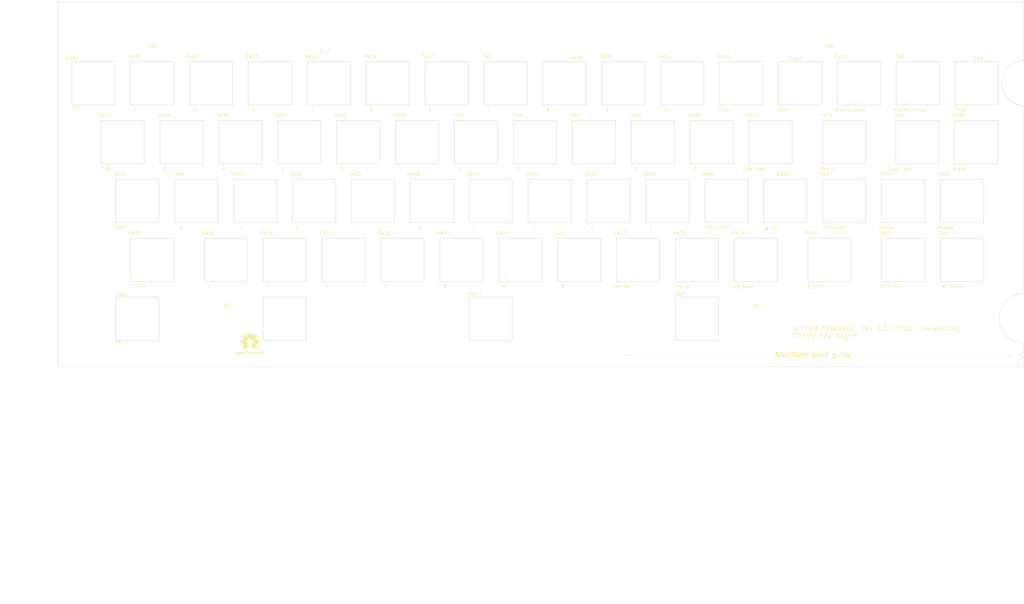
<source format=kicad_pcb>
(kicad_pcb (version 20171130) (host pcbnew "(5.1.6-0-10_14)")

  (general
    (thickness 1.6)
    (drawings 20)
    (tracks 0)
    (zones 0)
    (modules 74)
    (nets 1)
  )

  (page B)
  (title_block
    (title "Cherry Key aligner")
    (date 2020-08-17)
    (rev 1.11)
    (company OSIWeb.org)
  )

  (layers
    (0 F.Cu signal)
    (31 B.Cu signal)
    (32 B.Adhes user)
    (33 F.Adhes user)
    (34 B.Paste user)
    (35 F.Paste user)
    (36 B.SilkS user)
    (37 F.SilkS user)
    (38 B.Mask user)
    (39 F.Mask user)
    (40 Dwgs.User user)
    (41 Cmts.User user)
    (42 Eco1.User user)
    (43 Eco2.User user)
    (44 Edge.Cuts user)
    (45 Margin user)
    (46 B.CrtYd user)
    (47 F.CrtYd user)
    (48 B.Fab user)
    (49 F.Fab user)
  )

  (setup
    (last_trace_width 0.254)
    (user_trace_width 0.254)
    (user_trace_width 0.508)
    (user_trace_width 1.27)
    (trace_clearance 0.2)
    (zone_clearance 0.508)
    (zone_45_only no)
    (trace_min 0.2)
    (via_size 0.8128)
    (via_drill 0.4064)
    (via_min_size 0.4)
    (via_min_drill 0.3)
    (user_via 1.27 0.7112)
    (uvia_size 0.3048)
    (uvia_drill 0.1016)
    (uvias_allowed no)
    (uvia_min_size 0.2)
    (uvia_min_drill 0.1)
    (edge_width 0.05)
    (segment_width 0.2)
    (pcb_text_width 0.3)
    (pcb_text_size 1.5 1.5)
    (mod_edge_width 0.12)
    (mod_text_size 1 1)
    (mod_text_width 0.15)
    (pad_size 6.858 6.858)
    (pad_drill 6.858)
    (pad_to_mask_clearance 0)
    (aux_axis_origin 61.4172 179.1081)
    (grid_origin 62.1538 75.2602)
    (visible_elements 7FFFEFFF)
    (pcbplotparams
      (layerselection 0x010f0_ffffffff)
      (usegerberextensions false)
      (usegerberattributes false)
      (usegerberadvancedattributes false)
      (creategerberjobfile false)
      (excludeedgelayer true)
      (linewidth 0.100000)
      (plotframeref false)
      (viasonmask false)
      (mode 1)
      (useauxorigin false)
      (hpglpennumber 1)
      (hpglpenspeed 20)
      (hpglpendiameter 15.000000)
      (psnegative false)
      (psa4output false)
      (plotreference true)
      (plotvalue true)
      (plotinvisibletext false)
      (padsonsilk false)
      (subtractmaskfromsilk false)
      (outputformat 1)
      (mirror false)
      (drillshape 0)
      (scaleselection 1)
      (outputdirectory "outputs"))
  )

  (net 0 "")

  (net_class Default "This is the default net class."
    (clearance 0.2)
    (trace_width 0.254)
    (via_dia 0.8128)
    (via_drill 0.4064)
    (uvia_dia 0.3048)
    (uvia_drill 0.1016)
    (diff_pair_width 0.2032)
    (diff_pair_gap 0.254)
  )

  (net_class power1 ""
    (clearance 0.254)
    (trace_width 1.27)
    (via_dia 1.27)
    (via_drill 0.7112)
    (uvia_dia 0.3048)
    (uvia_drill 0.1016)
    (diff_pair_width 0.2032)
    (diff_pair_gap 0.254)
  )

  (net_class signal ""
    (clearance 0.2032)
    (trace_width 0.254)
    (via_dia 0.8128)
    (via_drill 0.4064)
    (uvia_dia 0.3048)
    (uvia_drill 0.1016)
    (diff_pair_width 0.2032)
    (diff_pair_gap 0.254)
  )

  (module unikbd:Key_MX_Aligner (layer F.Cu) (tedit 5F3AC0E5) (tstamp 5EE2E6D8)
    (at 335.06918 108.84916)
    (path /5BC3EA0A/5BCAF394)
    (fp_text reference SW9 (at -5.7912 -8.6106) (layer F.SilkS)
      (effects (font (size 1 1) (thickness 0.15)))
    )
    (fp_text value "Caps Lock" (at -5.7023 8.71982) (layer F.SilkS)
      (effects (font (size 1 1) (thickness 0.15)))
    )
    (fp_line (start -6.985 -6.8834) (end -6.985 7.0866) (layer Edge.Cuts) (width 0.12))
    (fp_line (start 6.985 7.0866) (end 6.985 -6.8834) (layer Edge.Cuts) (width 0.12))
    (fp_line (start -6.985 -6.8834) (end 6.985 -6.8834) (layer Edge.Cuts) (width 0.12))
    (fp_line (start -6.985 7.0866) (end 6.985 7.0866) (layer Edge.Cuts) (width 0.12))
  )

  (module unikbd:Key_MX_Aligner (layer F.Cu) (tedit 5F3AC0E5) (tstamp 5E0A154C)
    (at 82.85988 165.99916)
    (fp_text reference SW61 (at -5.0292 -7.7724) (layer F.SilkS)
      (effects (font (size 1 1) (thickness 0.15)))
    )
    (fp_text value FN (at -6.1214 7.7978) (layer F.SilkS)
      (effects (font (size 1 1) (thickness 0.15)))
    )
    (fp_line (start -6.985 -6.8834) (end -6.985 7.0866) (layer Edge.Cuts) (width 0.12))
    (fp_line (start 6.985 7.0866) (end 6.985 -6.8834) (layer Edge.Cuts) (width 0.12))
    (fp_line (start -6.985 -6.8834) (end 6.985 -6.8834) (layer Edge.Cuts) (width 0.12))
    (fp_line (start -6.985 7.0866) (end 6.985 7.0866) (layer Edge.Cuts) (width 0.12))
  )

  (module unikbd:Key_MX_Aligner (layer F.Cu) (tedit 5F3AC0E5) (tstamp 5D0F9D4F)
    (at 287.64738 108.84916)
    (path /5BC3EA0A/5BCAF39B)
    (fp_text reference SW17 (at -5.7912 -8.6106) (layer F.SilkS)
      (effects (font (size 1 1) (thickness 0.15)))
    )
    (fp_text value "Line Feed" (at -5.37464 8.79094) (layer F.SilkS)
      (effects (font (size 1 1) (thickness 0.15)))
    )
    (fp_line (start -6.985 -6.8834) (end -6.985 7.0866) (layer Edge.Cuts) (width 0.12))
    (fp_line (start 6.985 7.0866) (end 6.985 -6.8834) (layer Edge.Cuts) (width 0.12))
    (fp_line (start -6.985 -6.8834) (end 6.985 -6.8834) (layer Edge.Cuts) (width 0.12))
    (fp_line (start -6.985 7.0866) (end 6.985 7.0866) (layer Edge.Cuts) (width 0.12))
  )

  (module unikbd:Key_MX_Aligner (layer F.Cu) (tedit 5F3AC0E5) (tstamp 5D0FBBE7)
    (at 244.78488 146.94916)
    (path /5BC3E99D/5BC6CEDD)
    (fp_text reference SW37 (at -5.7912 -8.6106) (layer F.SilkS)
      (effects (font (size 1 1) (thickness 0.15)))
    )
    (fp_text value Comma (at -5.334 8.6614) (layer F.SilkS)
      (effects (font (size 1 1) (thickness 0.15)))
    )
    (fp_line (start -6.985 -6.8834) (end -6.985 7.0866) (layer Edge.Cuts) (width 0.12))
    (fp_line (start 6.985 7.0866) (end 6.985 -6.8834) (layer Edge.Cuts) (width 0.12))
    (fp_line (start -6.985 -6.8834) (end 6.985 -6.8834) (layer Edge.Cuts) (width 0.12))
    (fp_line (start -6.985 7.0866) (end 6.985 7.0866) (layer Edge.Cuts) (width 0.12))
  )

  (module unikbd:Key_MX_Aligner locked (layer F.Cu) (tedit 5F3AC0E5) (tstamp 5D0D7CEF)
    (at 87.62238 89.79916)
    (path /5BC3EA0A/5BCAF489)
    (fp_text reference SW31 (at -5.7912 -8.6106) (layer F.SilkS)
      (effects (font (size 1 1) (thickness 0.15)))
    )
    (fp_text value 1 (at -5.334 8.6614) (layer F.SilkS)
      (effects (font (size 1 1) (thickness 0.15)))
    )
    (fp_line (start -6.985 -6.8834) (end -6.985 7.0866) (layer Edge.Cuts) (width 0.12))
    (fp_line (start 6.985 7.0866) (end 6.985 -6.8834) (layer Edge.Cuts) (width 0.12))
    (fp_line (start -6.985 -6.8834) (end 6.985 -6.8834) (layer Edge.Cuts) (width 0.12))
    (fp_line (start -6.985 7.0866) (end 6.985 7.0866) (layer Edge.Cuts) (width 0.12))
  )

  (module unikbd:Key_MX_Aligner locked (layer F.Cu) (tedit 5F3AC0E5) (tstamp 5D0D7CDF)
    (at 220.97238 89.79916)
    (path /5BC3EA0A/5BCAF419)
    (fp_text reference SW30 (at 3.91922 -8.21436) (layer F.SilkS)
      (effects (font (size 1 1) (thickness 0.15)))
    )
    (fp_text value 8 (at -5.334 8.6614) (layer F.SilkS)
      (effects (font (size 1 1) (thickness 0.15)))
    )
    (fp_line (start -6.985 -6.8834) (end -6.985 7.0866) (layer Edge.Cuts) (width 0.12))
    (fp_line (start 6.985 7.0866) (end 6.985 -6.8834) (layer Edge.Cuts) (width 0.12))
    (fp_line (start -6.985 -6.8834) (end 6.985 -6.8834) (layer Edge.Cuts) (width 0.12))
    (fp_line (start -6.985 7.0866) (end 6.985 7.0866) (layer Edge.Cuts) (width 0.12))
  )

  (module unikbd:Key_MX_Aligner (layer F.Cu) (tedit 5F3AC0E5) (tstamp 5D633EAE)
    (at 263.83488 146.94916)
    (path /5BC3EA0A/5BCAF3A9)
    (fp_text reference SW29 (at -5.7912 -8.6106) (layer F.SilkS)
      (effects (font (size 1 1) (thickness 0.15)))
    )
    (fp_text value Period (at -4.38658 8.6614) (layer F.SilkS)
      (effects (font (size 1 1) (thickness 0.15)))
    )
    (fp_line (start -6.985 -6.8834) (end -6.985 7.0866) (layer Edge.Cuts) (width 0.12))
    (fp_line (start 6.985 7.0866) (end 6.985 -6.8834) (layer Edge.Cuts) (width 0.12))
    (fp_line (start -6.985 -6.8834) (end 6.985 -6.8834) (layer Edge.Cuts) (width 0.12))
    (fp_line (start -6.985 7.0866) (end 6.985 7.0866) (layer Edge.Cuts) (width 0.12))
  )

  (module unikbd:Key_MX_Aligner (layer F.Cu) (tedit 5F3AC0E5) (tstamp 5D0F9EDE)
    (at 116.19738 108.84916)
    (path /5BC3EA0A/5BCAF339)
    (fp_text reference SW28 (at -5.7912 -8.6106) (layer F.SilkS)
      (effects (font (size 1 1) (thickness 0.15)))
    )
    (fp_text value W (at -5.334 8.6614) (layer F.SilkS)
      (effects (font (size 1 1) (thickness 0.15)))
    )
    (fp_line (start -6.985 -6.8834) (end -6.985 7.0866) (layer Edge.Cuts) (width 0.12))
    (fp_line (start 6.985 7.0866) (end 6.985 -6.8834) (layer Edge.Cuts) (width 0.12))
    (fp_line (start -6.985 -6.8834) (end 6.985 -6.8834) (layer Edge.Cuts) (width 0.12))
    (fp_line (start -6.985 7.0866) (end 6.985 7.0866) (layer Edge.Cuts) (width 0.12))
  )

  (module unikbd:Key_MX_Aligner locked (layer F.Cu) (tedit 5F3AC0E5) (tstamp 5D0D7CAF)
    (at 106.67238 89.79916)
    (path /5BC3EA0A/5BCAF490)
    (fp_text reference SW27 (at -5.7912 -8.6106) (layer F.SilkS)
      (effects (font (size 1 1) (thickness 0.15)))
    )
    (fp_text value 2 (at -5.334 8.6614) (layer F.SilkS)
      (effects (font (size 1 1) (thickness 0.15)))
    )
    (fp_line (start -6.985 -6.8834) (end -6.985 7.0866) (layer Edge.Cuts) (width 0.12))
    (fp_line (start 6.985 7.0866) (end 6.985 -6.8834) (layer Edge.Cuts) (width 0.12))
    (fp_line (start -6.985 -6.8834) (end 6.985 -6.8834) (layer Edge.Cuts) (width 0.12))
    (fp_line (start -6.985 7.0866) (end 6.985 7.0866) (layer Edge.Cuts) (width 0.12))
  )

  (module unikbd:Key_MX_Aligner locked (layer F.Cu) (tedit 5F3AC0E5) (tstamp 5D0D7C9F)
    (at 240.02238 89.79916)
    (path /5BC3EA0A/5BCAF420)
    (fp_text reference SW26 (at -5.7912 -8.6106) (layer F.SilkS)
      (effects (font (size 1 1) (thickness 0.15)))
    )
    (fp_text value 9 (at -5.334 8.6614) (layer F.SilkS)
      (effects (font (size 1 1) (thickness 0.15)))
    )
    (fp_line (start -6.985 -6.8834) (end -6.985 7.0866) (layer Edge.Cuts) (width 0.12))
    (fp_line (start 6.985 7.0866) (end 6.985 -6.8834) (layer Edge.Cuts) (width 0.12))
    (fp_line (start -6.985 -6.8834) (end 6.985 -6.8834) (layer Edge.Cuts) (width 0.12))
    (fp_line (start -6.985 7.0866) (end 6.985 7.0866) (layer Edge.Cuts) (width 0.12))
  )

  (module unikbd:Key_MX_Aligner (layer F.Cu) (tedit 5F3AC0E5) (tstamp 5D0FAB87)
    (at 254.30988 127.89916)
    (path /5BC3EA0A/5BCAF3B0)
    (fp_text reference SW25 (at -5.7912 -8.6106) (layer F.SilkS)
      (effects (font (size 1 1) (thickness 0.15)))
    )
    (fp_text value L (at -5.334 8.6614) (layer F.SilkS)
      (effects (font (size 1 1) (thickness 0.15)))
    )
    (fp_line (start -6.985 -6.8834) (end -6.985 7.0866) (layer Edge.Cuts) (width 0.12))
    (fp_line (start 6.985 7.0866) (end 6.985 -6.8834) (layer Edge.Cuts) (width 0.12))
    (fp_line (start -6.985 -6.8834) (end 6.985 -6.8834) (layer Edge.Cuts) (width 0.12))
    (fp_line (start -6.985 7.0866) (end 6.985 7.0866) (layer Edge.Cuts) (width 0.12))
  )

  (module unikbd:Key_MX_Aligner (layer F.Cu) (tedit 5F3AC0E5) (tstamp 5D0F9EA5)
    (at 135.24738 108.84916)
    (path /5BC3EA0A/5BCAF340)
    (fp_text reference SW24 (at -5.7912 -8.6106) (layer F.SilkS)
      (effects (font (size 1 1) (thickness 0.15)))
    )
    (fp_text value E (at -5.334 8.6614) (layer F.SilkS)
      (effects (font (size 1 1) (thickness 0.15)))
    )
    (fp_line (start -6.985 -6.8834) (end -6.985 7.0866) (layer Edge.Cuts) (width 0.12))
    (fp_line (start 6.985 7.0866) (end 6.985 -6.8834) (layer Edge.Cuts) (width 0.12))
    (fp_line (start -6.985 -6.8834) (end 6.985 -6.8834) (layer Edge.Cuts) (width 0.12))
    (fp_line (start -6.985 7.0866) (end 6.985 7.0866) (layer Edge.Cuts) (width 0.12))
  )

  (module unikbd:Key_MX_Aligner locked (layer F.Cu) (tedit 5F3AC0E5) (tstamp 5D0D7C6F)
    (at 125.72238 89.79916)
    (path /5BC3EA0A/5BCAF482)
    (fp_text reference SW23 (at -5.7912 -8.6106) (layer F.SilkS)
      (effects (font (size 1 1) (thickness 0.15)))
    )
    (fp_text value 3 (at -5.334 8.6614) (layer F.SilkS)
      (effects (font (size 1 1) (thickness 0.15)))
    )
    (fp_line (start -6.985 -6.8834) (end -6.985 7.0866) (layer Edge.Cuts) (width 0.12))
    (fp_line (start 6.985 7.0866) (end 6.985 -6.8834) (layer Edge.Cuts) (width 0.12))
    (fp_line (start -6.985 -6.8834) (end 6.985 -6.8834) (layer Edge.Cuts) (width 0.12))
    (fp_line (start -6.985 7.0866) (end 6.985 7.0866) (layer Edge.Cuts) (width 0.12))
  )

  (module unikbd:Key_MX_Aligner (layer F.Cu) (tedit 5F3AC0E5) (tstamp 5D633858)
    (at 249.54738 108.84916)
    (path /5BC3EA0A/5BCAF412)
    (fp_text reference SW22 (at -5.7912 -8.6106) (layer F.SilkS)
      (effects (font (size 1 1) (thickness 0.15)))
    )
    (fp_text value 0 (at -5.334 8.6614) (layer F.SilkS)
      (effects (font (size 1 1) (thickness 0.15)))
    )
    (fp_line (start -6.985 -6.8834) (end -6.985 7.0866) (layer Edge.Cuts) (width 0.12))
    (fp_line (start 6.985 7.0866) (end 6.985 -6.8834) (layer Edge.Cuts) (width 0.12))
    (fp_line (start -6.985 -6.8834) (end 6.985 -6.8834) (layer Edge.Cuts) (width 0.12))
    (fp_line (start -6.985 7.0866) (end 6.985 7.0866) (layer Edge.Cuts) (width 0.12))
  )

  (module unikbd:Key_MX_Aligner locked (layer F.Cu) (tedit 5F3AC0E5) (tstamp 5D0D7C4F)
    (at 259.07238 89.79916)
    (path /5BC3EA0A/5BCAF3A2)
    (fp_text reference SW21 (at -5.7912 -8.6106) (layer F.SilkS)
      (effects (font (size 1 1) (thickness 0.15)))
    )
    (fp_text value O (at -5.334 8.6614) (layer F.SilkS)
      (effects (font (size 1 1) (thickness 0.15)))
    )
    (fp_line (start -6.985 -6.8834) (end -6.985 7.0866) (layer Edge.Cuts) (width 0.12))
    (fp_line (start 6.985 7.0866) (end 6.985 -6.8834) (layer Edge.Cuts) (width 0.12))
    (fp_line (start -6.985 -6.8834) (end 6.985 -6.8834) (layer Edge.Cuts) (width 0.12))
    (fp_line (start -6.985 7.0866) (end 6.985 7.0866) (layer Edge.Cuts) (width 0.12))
  )

  (module unikbd:Key_MX_Aligner (layer F.Cu) (tedit 5F3AC0E5) (tstamp 5D0F9E6C)
    (at 154.29738 108.84916)
    (path /5BC3EA0A/5BCAF332)
    (fp_text reference SW20 (at -5.7912 -8.6106) (layer F.SilkS)
      (effects (font (size 1 1) (thickness 0.15)))
    )
    (fp_text value R (at -5.334 8.6614) (layer F.SilkS)
      (effects (font (size 1 1) (thickness 0.15)))
    )
    (fp_line (start -6.985 -6.8834) (end -6.985 7.0866) (layer Edge.Cuts) (width 0.12))
    (fp_line (start 6.985 7.0866) (end 6.985 -6.8834) (layer Edge.Cuts) (width 0.12))
    (fp_line (start -6.985 -6.8834) (end 6.985 -6.8834) (layer Edge.Cuts) (width 0.12))
    (fp_line (start -6.985 7.0866) (end 6.985 7.0866) (layer Edge.Cuts) (width 0.12))
  )

  (module unikbd:Key_MX_Aligner locked (layer F.Cu) (tedit 5F3AC0E5) (tstamp 5D0D7C2F)
    (at 144.77238 89.79916)
    (path /5BC3EA0A/5BCAF47B)
    (fp_text reference SW19 (at -5.7912 -8.6106) (layer F.SilkS)
      (effects (font (size 1 1) (thickness 0.15)))
    )
    (fp_text value 4 (at -5.334 8.6614) (layer F.SilkS)
      (effects (font (size 1 1) (thickness 0.15)))
    )
    (fp_line (start -6.985 -6.8834) (end -6.985 7.0866) (layer Edge.Cuts) (width 0.12))
    (fp_line (start 6.985 7.0866) (end 6.985 -6.8834) (layer Edge.Cuts) (width 0.12))
    (fp_line (start -6.985 -6.8834) (end 6.985 -6.8834) (layer Edge.Cuts) (width 0.12))
    (fp_line (start -6.985 7.0866) (end 6.985 7.0866) (layer Edge.Cuts) (width 0.12))
  )

  (module unikbd:Key_MX_Aligner locked (layer F.Cu) (tedit 5F3AC0E5) (tstamp 5D0D7C1F)
    (at 278.12238 89.79916)
    (path /5BC3EA0A/5BCAF40B)
    (fp_text reference SW18 (at -5.7912 -8.6106) (layer F.SilkS)
      (effects (font (size 1 1) (thickness 0.15)))
    )
    (fp_text value Colon (at -5.334 8.6614) (layer F.SilkS)
      (effects (font (size 1 1) (thickness 0.15)))
    )
    (fp_line (start -6.985 -6.8834) (end -6.985 7.0866) (layer Edge.Cuts) (width 0.12))
    (fp_line (start 6.985 7.0866) (end 6.985 -6.8834) (layer Edge.Cuts) (width 0.12))
    (fp_line (start -6.985 -6.8834) (end 6.985 -6.8834) (layer Edge.Cuts) (width 0.12))
    (fp_line (start -6.985 7.0866) (end 6.985 7.0866) (layer Edge.Cuts) (width 0.12))
  )

  (module unikbd:Key_MX_Aligner (layer F.Cu) (tedit 5F3AC0E5) (tstamp 5D0F9D88)
    (at 173.34738 108.84916)
    (path /5BC3EA0A/5BCAF32B)
    (fp_text reference SW16 (at -5.7912 -8.6106) (layer F.SilkS)
      (effects (font (size 1 1) (thickness 0.15)))
    )
    (fp_text value T (at -5.334 8.6614) (layer F.SilkS)
      (effects (font (size 1 1) (thickness 0.15)))
    )
    (fp_line (start -6.985 -6.8834) (end -6.985 7.0866) (layer Edge.Cuts) (width 0.12))
    (fp_line (start 6.985 7.0866) (end 6.985 -6.8834) (layer Edge.Cuts) (width 0.12))
    (fp_line (start -6.985 -6.8834) (end 6.985 -6.8834) (layer Edge.Cuts) (width 0.12))
    (fp_line (start -6.985 7.0866) (end 6.985 7.0866) (layer Edge.Cuts) (width 0.12))
  )

  (module unikbd:Key_MX_Aligner locked (layer F.Cu) (tedit 5F3AC0E5) (tstamp 5D0D7BEF)
    (at 163.82238 89.79916)
    (path /5BC3EA0A/5BCAF46D)
    (fp_text reference SW15 (at -5.7912 -8.6106) (layer F.SilkS)
      (effects (font (size 1 1) (thickness 0.15)))
    )
    (fp_text value 5 (at -5.334 8.6614) (layer F.SilkS)
      (effects (font (size 1 1) (thickness 0.15)))
    )
    (fp_line (start -6.985 -6.8834) (end -6.985 7.0866) (layer Edge.Cuts) (width 0.12))
    (fp_line (start 6.985 7.0866) (end 6.985 -6.8834) (layer Edge.Cuts) (width 0.12))
    (fp_line (start -6.985 -6.8834) (end 6.985 -6.8834) (layer Edge.Cuts) (width 0.12))
    (fp_line (start -6.985 7.0866) (end 6.985 7.0866) (layer Edge.Cuts) (width 0.12))
  )

  (module unikbd:Key_MX_Aligner locked (layer F.Cu) (tedit 5F3AC0E5) (tstamp 5D0D7BDF)
    (at 297.17238 89.79916)
    (path /5BC3EA0A/5BCAF3FD)
    (fp_text reference SW14 (at -1.33858 -7.85876) (layer F.SilkS)
      (effects (font (size 1 1) (thickness 0.15)))
    )
    (fp_text value Dash (at -5.334 8.6614) (layer F.SilkS)
      (effects (font (size 1 1) (thickness 0.15)))
    )
    (fp_line (start -6.985 -6.8834) (end -6.985 7.0866) (layer Edge.Cuts) (width 0.12))
    (fp_line (start 6.985 7.0866) (end 6.985 -6.8834) (layer Edge.Cuts) (width 0.12))
    (fp_line (start -6.985 -6.8834) (end 6.985 -6.8834) (layer Edge.Cuts) (width 0.12))
    (fp_line (start -6.985 7.0866) (end 6.985 7.0866) (layer Edge.Cuts) (width 0.12))
  )

  (module unikbd:Key_MX_Aligner (layer F.Cu) (tedit 5F3AC0E5) (tstamp 5EE2E6FC)
    (at 311.45988 108.84916)
    (path /5BC3EA0A/5BCAF38D)
    (fp_text reference SW13 (at -5.7912 -8.6106) (layer F.SilkS)
      (effects (font (size 1 1) (thickness 0.15)))
    )
    (fp_text value Return (at -5.334 8.6614) (layer F.SilkS)
      (effects (font (size 1 1) (thickness 0.15)))
    )
    (fp_line (start -6.985 -6.8834) (end -6.985 7.0866) (layer Edge.Cuts) (width 0.12))
    (fp_line (start 6.985 7.0866) (end 6.985 -6.8834) (layer Edge.Cuts) (width 0.12))
    (fp_line (start -6.985 -6.8834) (end 6.985 -6.8834) (layer Edge.Cuts) (width 0.12))
    (fp_line (start -6.985 7.0866) (end 6.985 7.0866) (layer Edge.Cuts) (width 0.12))
  )

  (module unikbd:Key_MX_Aligner (layer F.Cu) (tedit 5F3AC0E5) (tstamp 5D0F9DFA)
    (at 192.39738 108.84916)
    (path /5BC3EA0A/5BCAF31D)
    (fp_text reference SW12 (at -5.7912 -8.6106) (layer F.SilkS)
      (effects (font (size 1 1) (thickness 0.15)))
    )
    (fp_text value Y (at -5.334 8.6614) (layer F.SilkS)
      (effects (font (size 1 1) (thickness 0.15)))
    )
    (fp_line (start -6.985 -6.8834) (end -6.985 7.0866) (layer Edge.Cuts) (width 0.12))
    (fp_line (start 6.985 7.0866) (end 6.985 -6.8834) (layer Edge.Cuts) (width 0.12))
    (fp_line (start -6.985 -6.8834) (end 6.985 -6.8834) (layer Edge.Cuts) (width 0.12))
    (fp_line (start -6.985 7.0866) (end 6.985 7.0866) (layer Edge.Cuts) (width 0.12))
  )

  (module unikbd:Key_MX_Aligner locked (layer F.Cu) (tedit 5F3AC0E5) (tstamp 5D0D7BAF)
    (at 182.87238 89.79916)
    (path /5BC3EA0A/5BCAF474)
    (fp_text reference SW11 (at -5.7912 -8.6106) (layer F.SilkS)
      (effects (font (size 1 1) (thickness 0.15)))
    )
    (fp_text value 6 (at -5.334 8.6614) (layer F.SilkS)
      (effects (font (size 1 1) (thickness 0.15)))
    )
    (fp_line (start -6.985 -6.8834) (end -6.985 7.0866) (layer Edge.Cuts) (width 0.12))
    (fp_line (start 6.985 7.0866) (end 6.985 -6.8834) (layer Edge.Cuts) (width 0.12))
    (fp_line (start -6.985 -6.8834) (end 6.985 -6.8834) (layer Edge.Cuts) (width 0.12))
    (fp_line (start -6.985 7.0866) (end 6.985 7.0866) (layer Edge.Cuts) (width 0.12))
  )

  (module unikbd:Key_MX_Aligner locked (layer F.Cu) (tedit 5F3AC0E5) (tstamp 5D105DE3)
    (at 316.22238 89.79916)
    (path /5BC3EA0A/5BCAF404)
    (fp_text reference SW10 (at -5.7912 -8.6106) (layer F.SilkS)
      (effects (font (size 1 1) (thickness 0.15)))
    )
    (fp_text value Bracket_Open (at -2.794 8.6614) (layer F.SilkS)
      (effects (font (size 1 1) (thickness 0.15)))
    )
    (fp_line (start -6.985 -6.8834) (end -6.985 7.0866) (layer Edge.Cuts) (width 0.12))
    (fp_line (start 6.985 7.0866) (end 6.985 -6.8834) (layer Edge.Cuts) (width 0.12))
    (fp_line (start -6.985 -6.8834) (end 6.985 -6.8834) (layer Edge.Cuts) (width 0.12))
    (fp_line (start -6.985 7.0866) (end 6.985 7.0866) (layer Edge.Cuts) (width 0.12))
  )

  (module unikbd:Key_MX_Aligner (layer F.Cu) (tedit 5F3AC0E5) (tstamp 5D0F9DC1)
    (at 211.44738 108.84916)
    (path /5BC3EA0A/5BCAF324)
    (fp_text reference SW8 (at -5.7912 -8.6106) (layer F.SilkS)
      (effects (font (size 1 1) (thickness 0.15)))
    )
    (fp_text value U (at -5.334 8.6614) (layer F.SilkS)
      (effects (font (size 1 1) (thickness 0.15)))
    )
    (fp_line (start -6.985 -6.8834) (end -6.985 7.0866) (layer Edge.Cuts) (width 0.12))
    (fp_line (start 6.985 7.0866) (end 6.985 -6.8834) (layer Edge.Cuts) (width 0.12))
    (fp_line (start -6.985 -6.8834) (end 6.985 -6.8834) (layer Edge.Cuts) (width 0.12))
    (fp_line (start -6.985 7.0866) (end 6.985 7.0866) (layer Edge.Cuts) (width 0.12))
  )

  (module unikbd:Key_MX_Aligner (layer F.Cu) (tedit 5F3AC0E5) (tstamp 5D0D7B6F)
    (at 201.92238 89.79916)
    (path /5BC3EA0A/5BCAF466)
    (fp_text reference SW7 (at -5.7912 -8.6106) (layer F.SilkS)
      (effects (font (size 1 1) (thickness 0.15)))
    )
    (fp_text value 7 (at -5.334 8.6614) (layer F.SilkS)
      (effects (font (size 1 1) (thickness 0.15)))
    )
    (fp_line (start -6.985 -6.8834) (end -6.985 7.0866) (layer Edge.Cuts) (width 0.12))
    (fp_line (start 6.985 7.0866) (end 6.985 -6.8834) (layer Edge.Cuts) (width 0.12))
    (fp_line (start -6.985 -6.8834) (end 6.985 -6.8834) (layer Edge.Cuts) (width 0.12))
    (fp_line (start -6.985 7.0866) (end 6.985 7.0866) (layer Edge.Cuts) (width 0.12))
  )

  (module unikbd:Key_MX_Aligner locked (layer F.Cu) (tedit 5F3AC0E5) (tstamp 5D105E93)
    (at 335.27238 89.79916)
    (path /5BC3EA0A/5BCAF3F6)
    (fp_text reference SW6 (at -5.7912 -8.6106) (layer F.SilkS)
      (effects (font (size 1 1) (thickness 0.15)))
    )
    (fp_text value Bracket_Close (at -2.794 8.6614) (layer F.SilkS)
      (effects (font (size 1 1) (thickness 0.15)))
    )
    (fp_line (start -6.985 -6.8834) (end -6.985 7.0866) (layer Edge.Cuts) (width 0.12))
    (fp_line (start 6.985 7.0866) (end 6.985 -6.8834) (layer Edge.Cuts) (width 0.12))
    (fp_line (start -6.985 -6.8834) (end 6.985 -6.8834) (layer Edge.Cuts) (width 0.12))
    (fp_line (start -6.985 7.0866) (end 6.985 7.0866) (layer Edge.Cuts) (width 0.12))
  )

  (module unikbd:Key_MX_Aligner (layer F.Cu) (tedit 5F3AC0E5) (tstamp 5D0F200E)
    (at 349.55988 127.89916)
    (path /5BC3EA0A/5BCAF386)
    (fp_text reference SW5 (at -5.7912 -8.6106) (layer F.SilkS)
      (effects (font (size 1 1) (thickness 0.15)))
    )
    (fp_text value Repeat (at -5.334 8.6614) (layer F.SilkS)
      (effects (font (size 1 1) (thickness 0.15)))
    )
    (fp_line (start -6.985 -6.8834) (end -6.985 7.0866) (layer Edge.Cuts) (width 0.12))
    (fp_line (start 6.985 7.0866) (end 6.985 -6.8834) (layer Edge.Cuts) (width 0.12))
    (fp_line (start -6.985 -6.8834) (end 6.985 -6.8834) (layer Edge.Cuts) (width 0.12))
    (fp_line (start -6.985 7.0866) (end 6.985 7.0866) (layer Edge.Cuts) (width 0.12))
  )

  (module unikbd:Key_MX_Aligner (layer F.Cu) (tedit 5F3AC0E5) (tstamp 5D0F9D16)
    (at 230.49738 108.84916)
    (path /5BC3EA0A/5BCAF316)
    (fp_text reference SW4 (at -5.7912 -8.6106) (layer F.SilkS)
      (effects (font (size 1 1) (thickness 0.15)))
    )
    (fp_text value I (at -5.334 8.6614) (layer F.SilkS)
      (effects (font (size 1 1) (thickness 0.15)))
    )
    (fp_line (start -6.985 -6.8834) (end -6.985 7.0866) (layer Edge.Cuts) (width 0.12))
    (fp_line (start 6.985 7.0866) (end 6.985 -6.8834) (layer Edge.Cuts) (width 0.12))
    (fp_line (start -6.985 -6.8834) (end 6.985 -6.8834) (layer Edge.Cuts) (width 0.12))
    (fp_line (start -6.985 7.0866) (end 6.985 7.0866) (layer Edge.Cuts) (width 0.12))
  )

  (module unikbd:Key_MX_Aligner locked (layer F.Cu) (tedit 5F3AC0E5) (tstamp 5D0D7B1F)
    (at 354.32238 89.79916)
    (path /5BC3EA0A/5BCAF3EF)
    (fp_text reference SW3 (at 0.56642 -7.96036) (layer F.SilkS)
      (effects (font (size 1 1) (thickness 0.15)))
    )
    (fp_text value Tilde (at -5.334 8.6614) (layer F.SilkS)
      (effects (font (size 1 1) (thickness 0.15)))
    )
    (fp_line (start -6.985 -6.8834) (end -6.985 7.0866) (layer Edge.Cuts) (width 0.12))
    (fp_line (start 6.985 7.0866) (end 6.985 -6.8834) (layer Edge.Cuts) (width 0.12))
    (fp_line (start -6.985 -6.8834) (end 6.985 -6.8834) (layer Edge.Cuts) (width 0.12))
    (fp_line (start -6.985 7.0866) (end 6.985 7.0866) (layer Edge.Cuts) (width 0.12))
  )

  (module unikbd:Key_MX_Aligner (layer F.Cu) (tedit 5F3AC0E5) (tstamp 5D0F6109)
    (at 330.50988 146.94916)
    (path /5BC3EA0A/5BCAF37F)
    (fp_text reference SW2 (at -5.7912 -8.6106) (layer F.SilkS)
      (effects (font (size 1 1) (thickness 0.15)))
    )
    (fp_text value "LT Arrow" (at -4.15798 8.60044) (layer F.SilkS)
      (effects (font (size 1 1) (thickness 0.15)))
    )
    (fp_line (start -6.985 -6.8834) (end -6.985 7.0866) (layer Edge.Cuts) (width 0.12))
    (fp_line (start 6.985 7.0866) (end 6.985 -6.8834) (layer Edge.Cuts) (width 0.12))
    (fp_line (start -6.985 -6.8834) (end 6.985 -6.8834) (layer Edge.Cuts) (width 0.12))
    (fp_line (start -6.985 7.0866) (end 6.985 7.0866) (layer Edge.Cuts) (width 0.12))
  )

  (module unikbd:Key_MX_Aligner (layer F.Cu) (tedit 5F3AC0E5) (tstamp 5D0FAB4E)
    (at 120.95988 127.89916)
    (path /5BC3E99D/5BC6D0D0)
    (fp_text reference SW60 (at -5.7912 -8.6106) (layer F.SilkS)
      (effects (font (size 1 1) (thickness 0.15)))
    )
    (fp_text value S (at -4.13258 8.62584) (layer F.SilkS)
      (effects (font (size 1 1) (thickness 0.15)))
    )
    (fp_line (start -6.985 -6.8834) (end -6.985 7.0866) (layer Edge.Cuts) (width 0.12))
    (fp_line (start 6.985 7.0866) (end 6.985 -6.8834) (layer Edge.Cuts) (width 0.12))
    (fp_line (start -6.985 -6.8834) (end 6.985 -6.8834) (layer Edge.Cuts) (width 0.12))
    (fp_line (start -6.985 7.0866) (end 6.985 7.0866) (layer Edge.Cuts) (width 0.12))
  )

  (module unikbd:Key_MX_Aligner (layer F.Cu) (tedit 5F3AC0E5) (tstamp 5D0FB692)
    (at 130.48488 146.94916)
    (path /5BC3E99D/5BC6CF00)
    (fp_text reference SW59 (at -5.7912 -8.6106) (layer F.SilkS)
      (effects (font (size 1 1) (thickness 0.15)))
    )
    (fp_text value X (at -5.334 8.6614) (layer F.SilkS)
      (effects (font (size 1 1) (thickness 0.15)))
    )
    (fp_line (start -6.985 -6.8834) (end -6.985 7.0866) (layer Edge.Cuts) (width 0.12))
    (fp_line (start 6.985 7.0866) (end 6.985 -6.8834) (layer Edge.Cuts) (width 0.12))
    (fp_line (start -6.985 -6.8834) (end 6.985 -6.8834) (layer Edge.Cuts) (width 0.12))
    (fp_line (start -6.985 7.0866) (end 6.985 7.0866) (layer Edge.Cuts) (width 0.12))
  )

  (module unikbd:Key_MX_Aligner (layer F.Cu) (tedit 5F3AC0E5) (tstamp 5D0F9CDD)
    (at 97.14738 108.84916)
    (path /5BC3E99D/5BC6CD80)
    (fp_text reference SW58 (at -5.7912 -8.6106) (layer F.SilkS)
      (effects (font (size 1 1) (thickness 0.15)))
    )
    (fp_text value Q (at -5.334 8.6614) (layer F.SilkS)
      (effects (font (size 1 1) (thickness 0.15)))
    )
    (fp_line (start -6.985 -6.8834) (end -6.985 7.0866) (layer Edge.Cuts) (width 0.12))
    (fp_line (start 6.985 7.0866) (end 6.985 -6.8834) (layer Edge.Cuts) (width 0.12))
    (fp_line (start -6.985 -6.8834) (end 6.985 -6.8834) (layer Edge.Cuts) (width 0.12))
    (fp_line (start -6.985 7.0866) (end 6.985 7.0866) (layer Edge.Cuts) (width 0.12))
  )

  (module unikbd:Key_MX_Aligner (layer F.Cu) (tedit 5F3AC0E5) (tstamp 5D633B5C)
    (at 311.45988 127.89916)
    (path /5BC3E99D/5BC3FF70)
    (fp_text reference SW57 (at -5.7912 -8.6106) (layer F.SilkS)
      (effects (font (size 1 1) (thickness 0.15)))
    )
    (fp_text value Backslash (at -3.04038 8.52424) (layer F.SilkS)
      (effects (font (size 1 1) (thickness 0.15)))
    )
    (fp_line (start -6.985 -6.8834) (end -6.985 7.0866) (layer Edge.Cuts) (width 0.12))
    (fp_line (start 6.985 7.0866) (end 6.985 -6.8834) (layer Edge.Cuts) (width 0.12))
    (fp_line (start -6.985 -6.8834) (end 6.985 -6.8834) (layer Edge.Cuts) (width 0.12))
    (fp_line (start -6.985 7.0866) (end 6.985 7.0866) (layer Edge.Cuts) (width 0.12))
  )

  (module unikbd:Key_MX_Aligner (layer F.Cu) (tedit 5F3AC0E5) (tstamp 5D0FAB15)
    (at 140.00988 127.89916)
    (path /5BC3E99D/5BC6D0D7)
    (fp_text reference SW56 (at -5.7912 -8.6106) (layer F.SilkS)
      (effects (font (size 1 1) (thickness 0.15)))
    )
    (fp_text value D (at -5.334 8.6614) (layer F.SilkS)
      (effects (font (size 1 1) (thickness 0.15)))
    )
    (fp_line (start -6.985 -6.8834) (end -6.985 7.0866) (layer Edge.Cuts) (width 0.12))
    (fp_line (start 6.985 7.0866) (end 6.985 -6.8834) (layer Edge.Cuts) (width 0.12))
    (fp_line (start -6.985 -6.8834) (end 6.985 -6.8834) (layer Edge.Cuts) (width 0.12))
    (fp_line (start -6.985 7.0866) (end 6.985 7.0866) (layer Edge.Cuts) (width 0.12))
  )

  (module unikbd:Key_MX_Aligner (layer F.Cu) (tedit 5F3AC0E5) (tstamp 5D0FB659)
    (at 149.53488 146.94916)
    (path /5BC3E99D/5BC6CF07)
    (fp_text reference SW55 (at -5.7912 -8.6106) (layer F.SilkS)
      (effects (font (size 1 1) (thickness 0.15)))
    )
    (fp_text value C (at -5.334 8.6614) (layer F.SilkS)
      (effects (font (size 1 1) (thickness 0.15)))
    )
    (fp_line (start -6.985 -6.8834) (end -6.985 7.0866) (layer Edge.Cuts) (width 0.12))
    (fp_line (start 6.985 7.0866) (end 6.985 -6.8834) (layer Edge.Cuts) (width 0.12))
    (fp_line (start -6.985 -6.8834) (end 6.985 -6.8834) (layer Edge.Cuts) (width 0.12))
    (fp_line (start -6.985 7.0866) (end 6.985 7.0866) (layer Edge.Cuts) (width 0.12))
  )

  (module unikbd:Key_MX_Aligner (layer F.Cu) (tedit 5F3AC0E5) (tstamp 5D0FAADC)
    (at 101.90988 127.89916)
    (path /5BC3E99D/5BC6CD87)
    (fp_text reference SW54 (at -5.7912 -8.6106) (layer F.SilkS)
      (effects (font (size 1 1) (thickness 0.15)))
    )
    (fp_text value A (at -4.89458 8.62584) (layer F.SilkS)
      (effects (font (size 1 1) (thickness 0.15)))
    )
    (fp_line (start -6.985 -6.8834) (end -6.985 7.0866) (layer Edge.Cuts) (width 0.12))
    (fp_line (start 6.985 7.0866) (end 6.985 -6.8834) (layer Edge.Cuts) (width 0.12))
    (fp_line (start -6.985 -6.8834) (end 6.985 -6.8834) (layer Edge.Cuts) (width 0.12))
    (fp_line (start -6.985 7.0866) (end 6.985 7.0866) (layer Edge.Cuts) (width 0.12))
  )

  (module unikbd:Key_MX_Aligner (layer F.Cu) (tedit 5F3AC0E5) (tstamp 5D0FAF44)
    (at 82.85988 127.89916)
    (path /5BC3E99D/5BC3FF77)
    (fp_text reference SW53 (at -5.7912 -8.6106) (layer F.SilkS)
      (effects (font (size 1 1) (thickness 0.15)))
    )
    (fp_text value CTRL (at -5.334 8.6614) (layer F.SilkS)
      (effects (font (size 1 1) (thickness 0.15)))
    )
    (fp_line (start -6.985 -6.8834) (end -6.985 7.0866) (layer Edge.Cuts) (width 0.12))
    (fp_line (start 6.985 7.0866) (end 6.985 -6.8834) (layer Edge.Cuts) (width 0.12))
    (fp_line (start -6.985 -6.8834) (end 6.985 -6.8834) (layer Edge.Cuts) (width 0.12))
    (fp_line (start -6.985 7.0866) (end 6.985 7.0866) (layer Edge.Cuts) (width 0.12))
  )

  (module unikbd:Key_MX_Aligner (layer F.Cu) (tedit 5F3AC0E5) (tstamp 5D0FB0A3)
    (at 159.05988 127.89916)
    (path /5BC3E99D/5BC6D0C9)
    (fp_text reference SW52 (at -5.7912 -8.6106) (layer F.SilkS)
      (effects (font (size 1 1) (thickness 0.15)))
    )
    (fp_text value F (at -5.334 8.6614) (layer F.SilkS)
      (effects (font (size 1 1) (thickness 0.15)))
    )
    (fp_line (start -6.985 -6.8834) (end -6.985 7.0866) (layer Edge.Cuts) (width 0.12))
    (fp_line (start 6.985 7.0866) (end 6.985 -6.8834) (layer Edge.Cuts) (width 0.12))
    (fp_line (start -6.985 -6.8834) (end 6.985 -6.8834) (layer Edge.Cuts) (width 0.12))
    (fp_line (start -6.985 7.0866) (end 6.985 7.0866) (layer Edge.Cuts) (width 0.12))
  )

  (module unikbd:Key_MX_Aligner (layer F.Cu) (tedit 5F3AC0E5) (tstamp 5D0FBCCB)
    (at 168.58488 146.94916)
    (path /5BC3E99D/5BC6CEF9)
    (fp_text reference SW51 (at -5.7912 -8.6106) (layer F.SilkS)
      (effects (font (size 1 1) (thickness 0.15)))
    )
    (fp_text value V (at -5.334 8.6614) (layer F.SilkS)
      (effects (font (size 1 1) (thickness 0.15)))
    )
    (fp_line (start -6.985 -6.8834) (end -6.985 7.0866) (layer Edge.Cuts) (width 0.12))
    (fp_line (start 6.985 7.0866) (end 6.985 -6.8834) (layer Edge.Cuts) (width 0.12))
    (fp_line (start -6.985 -6.8834) (end 6.985 -6.8834) (layer Edge.Cuts) (width 0.12))
    (fp_line (start -6.985 7.0866) (end 6.985 7.0866) (layer Edge.Cuts) (width 0.12))
  )

  (module unikbd:Key_MX_Aligner (layer F.Cu) (tedit 5F3AC0E5) (tstamp 5D0FBC59)
    (at 111.43488 146.94916)
    (path /5BC3E99D/5BC6CD79)
    (fp_text reference SW50 (at -5.7912 -8.6106) (layer F.SilkS)
      (effects (font (size 1 1) (thickness 0.15)))
    )
    (fp_text value Z (at -5.334 8.6614) (layer F.SilkS)
      (effects (font (size 1 1) (thickness 0.15)))
    )
    (fp_line (start -6.985 -6.8834) (end -6.985 7.0866) (layer Edge.Cuts) (width 0.12))
    (fp_line (start 6.985 7.0866) (end 6.985 -6.8834) (layer Edge.Cuts) (width 0.12))
    (fp_line (start -6.985 -6.8834) (end 6.985 -6.8834) (layer Edge.Cuts) (width 0.12))
    (fp_line (start -6.985 7.0866) (end 6.985 7.0866) (layer Edge.Cuts) (width 0.12))
  )

  (module unikbd:Key_MX_Aligner (layer F.Cu) (tedit 5F3AC0E5) (tstamp 5D0FA2F5)
    (at 78.09738 108.84916)
    (path /5BC3E99D/5BC3FF69)
    (fp_text reference SW49 (at -5.7912 -8.6106) (layer F.SilkS)
      (effects (font (size 1 1) (thickness 0.15)))
    )
    (fp_text value TAB (at -5.334 8.6614) (layer F.SilkS)
      (effects (font (size 1 1) (thickness 0.15)))
    )
    (fp_line (start -6.985 -6.8834) (end -6.985 7.0866) (layer Edge.Cuts) (width 0.12))
    (fp_line (start 6.985 7.0866) (end 6.985 -6.8834) (layer Edge.Cuts) (width 0.12))
    (fp_line (start -6.985 -6.8834) (end 6.985 -6.8834) (layer Edge.Cuts) (width 0.12))
    (fp_line (start -6.985 7.0866) (end 6.985 7.0866) (layer Edge.Cuts) (width 0.12))
  )

  (module unikbd:Key_MX_Aligner (layer F.Cu) (tedit 5F3AC0E5) (tstamp 5D0FB115)
    (at 178.10988 127.89916)
    (path /5BC3E99D/5BC6D0C2)
    (fp_text reference SW48 (at -5.7912 -8.6106) (layer F.SilkS)
      (effects (font (size 1 1) (thickness 0.15)))
    )
    (fp_text value G (at -4.00558 8.62584) (layer F.SilkS)
      (effects (font (size 1 1) (thickness 0.15)))
    )
    (fp_line (start -6.985 -6.8834) (end -6.985 7.0866) (layer Edge.Cuts) (width 0.12))
    (fp_line (start 6.985 7.0866) (end 6.985 -6.8834) (layer Edge.Cuts) (width 0.12))
    (fp_line (start -6.985 -6.8834) (end 6.985 -6.8834) (layer Edge.Cuts) (width 0.12))
    (fp_line (start -6.985 7.0866) (end 6.985 7.0866) (layer Edge.Cuts) (width 0.12))
  )

  (module unikbd:Key_MX_Aligner (layer F.Cu) (tedit 5F3AC0E5) (tstamp 5D0FBB3C)
    (at 187.63488 146.94916)
    (path /5BC3E99D/5BC6CEF2)
    (fp_text reference SW47 (at -5.7912 -8.6106) (layer F.SilkS)
      (effects (font (size 1 1) (thickness 0.15)))
    )
    (fp_text value B (at -5.334 8.6614) (layer F.SilkS)
      (effects (font (size 1 1) (thickness 0.15)))
    )
    (fp_line (start -6.985 -6.8834) (end -6.985 7.0866) (layer Edge.Cuts) (width 0.12))
    (fp_line (start 6.985 7.0866) (end 6.985 -6.8834) (layer Edge.Cuts) (width 0.12))
    (fp_line (start -6.985 -6.8834) (end 6.985 -6.8834) (layer Edge.Cuts) (width 0.12))
    (fp_line (start -6.985 7.0866) (end 6.985 7.0866) (layer Edge.Cuts) (width 0.12))
  )

  (module unikbd:Key_MX_Aligner (layer F.Cu) (tedit 5F3AC0E5) (tstamp 5D0FB187)
    (at 197.15988 127.89916)
    (path /5BC3E99D/5BC6D0B4)
    (fp_text reference SW45 (at -5.7912 -8.6106) (layer F.SilkS)
      (effects (font (size 1 1) (thickness 0.15)))
    )
    (fp_text value H (at -5.334 8.6614) (layer F.SilkS)
      (effects (font (size 1 1) (thickness 0.15)))
    )
    (fp_line (start -6.985 -6.8834) (end -6.985 7.0866) (layer Edge.Cuts) (width 0.12))
    (fp_line (start 6.985 7.0866) (end 6.985 -6.8834) (layer Edge.Cuts) (width 0.12))
    (fp_line (start -6.985 -6.8834) (end 6.985 -6.8834) (layer Edge.Cuts) (width 0.12))
    (fp_line (start -6.985 7.0866) (end 6.985 7.0866) (layer Edge.Cuts) (width 0.12))
  )

  (module unikbd:Key_MX_Aligner (layer F.Cu) (tedit 5F3AC0E5) (tstamp 5D0FBC20)
    (at 206.68488 146.94916)
    (path /5BC3E99D/5BC6CEE4)
    (fp_text reference SW44 (at -5.7912 -8.6106) (layer F.SilkS)
      (effects (font (size 1 1) (thickness 0.15)))
    )
    (fp_text value N (at -5.334 8.6614) (layer F.SilkS)
      (effects (font (size 1 1) (thickness 0.15)))
    )
    (fp_line (start -6.985 -6.8834) (end -6.985 7.0866) (layer Edge.Cuts) (width 0.12))
    (fp_line (start 6.985 7.0866) (end 6.985 -6.8834) (layer Edge.Cuts) (width 0.12))
    (fp_line (start -6.985 -6.8834) (end 6.985 -6.8834) (layer Edge.Cuts) (width 0.12))
    (fp_line (start -6.985 7.0866) (end 6.985 7.0866) (layer Edge.Cuts) (width 0.12))
  )

  (module unikbd:Key_MX_Aligner (layer F.Cu) (tedit 5F3AC0E5) (tstamp 5D0FBBAE)
    (at 282.88488 146.94916)
    (path /5BC3E99D/5BC6CD64)
    (fp_text reference SW43 (at -5.7912 -8.6106) (layer F.SilkS)
      (effects (font (size 1 1) (thickness 0.15)))
    )
    (fp_text value Fwd_Slash (at -4.13258 8.6614) (layer F.SilkS)
      (effects (font (size 1 1) (thickness 0.15)))
    )
    (fp_line (start -6.985 -6.8834) (end -6.985 7.0866) (layer Edge.Cuts) (width 0.12))
    (fp_line (start 6.985 7.0866) (end 6.985 -6.8834) (layer Edge.Cuts) (width 0.12))
    (fp_line (start -6.985 -6.8834) (end 6.985 -6.8834) (layer Edge.Cuts) (width 0.12))
    (fp_line (start -6.985 7.0866) (end 6.985 7.0866) (layer Edge.Cuts) (width 0.12))
  )

  (module unikbd:Key_MX_Aligner (layer F.Cu) (tedit 5F3AC0E5) (tstamp 5D0FB14E)
    (at 216.20988 127.89916)
    (path /5BC3E99D/5BC6D0BB)
    (fp_text reference SW42 (at -5.7912 -8.6106) (layer F.SilkS)
      (effects (font (size 1 1) (thickness 0.15)))
    )
    (fp_text value J (at -5.334 8.6614) (layer F.SilkS)
      (effects (font (size 1 1) (thickness 0.15)))
    )
    (fp_line (start -6.985 -6.8834) (end -6.985 7.0866) (layer Edge.Cuts) (width 0.12))
    (fp_line (start 6.985 7.0866) (end 6.985 -6.8834) (layer Edge.Cuts) (width 0.12))
    (fp_line (start -6.985 -6.8834) (end 6.985 -6.8834) (layer Edge.Cuts) (width 0.12))
    (fp_line (start -6.985 7.0866) (end 6.985 7.0866) (layer Edge.Cuts) (width 0.12))
  )

  (module unikbd:Key_MX_Aligner (layer F.Cu) (tedit 5F3AC0E5) (tstamp 5D0FBC92)
    (at 225.73488 146.94916)
    (path /5BC3E99D/5BC6CEEB)
    (fp_text reference SW41 (at -5.7912 -8.6106) (layer F.SilkS)
      (effects (font (size 1 1) (thickness 0.15)))
    )
    (fp_text value M (at -5.334 8.6614) (layer F.SilkS)
      (effects (font (size 1 1) (thickness 0.15)))
    )
    (fp_line (start -6.985 -6.8834) (end -6.985 7.0866) (layer Edge.Cuts) (width 0.12))
    (fp_line (start 6.985 7.0866) (end 6.985 -6.8834) (layer Edge.Cuts) (width 0.12))
    (fp_line (start -6.985 -6.8834) (end 6.985 -6.8834) (layer Edge.Cuts) (width 0.12))
    (fp_line (start -6.985 7.0866) (end 6.985 7.0866) (layer Edge.Cuts) (width 0.12))
  )

  (module unikbd:Key_MX_Aligner (layer F.Cu) (tedit 5F3AC0E5) (tstamp 5D0FB031)
    (at 273.35988 127.89916)
    (path /5BC3E99D/5BC6CD6B)
    (fp_text reference SW40 (at -5.7912 -8.6106) (layer F.SilkS)
      (effects (font (size 1 1) (thickness 0.15)))
    )
    (fp_text value Semicolon (at -2.73558 8.39724) (layer F.SilkS)
      (effects (font (size 1 1) (thickness 0.15)))
    )
    (fp_line (start -6.985 -6.8834) (end -6.985 7.0866) (layer Edge.Cuts) (width 0.12))
    (fp_line (start 6.985 7.0866) (end 6.985 -6.8834) (layer Edge.Cuts) (width 0.12))
    (fp_line (start -6.985 -6.8834) (end 6.985 -6.8834) (layer Edge.Cuts) (width 0.12))
    (fp_line (start -6.985 7.0866) (end 6.985 7.0866) (layer Edge.Cuts) (width 0.12))
  )

  (module unikbd:Key_MX_Aligner (layer F.Cu) (tedit 5F3AC0E5) (tstamp 5D0FBB75)
    (at 87.62238 146.94916)
    (path /5BC3E99D/5BC3FE57)
    (fp_text reference SW39 (at -5.7912 -8.6106) (layer F.SilkS)
      (effects (font (size 1 1) (thickness 0.15)))
    )
    (fp_text value L_Shift (at -4.41198 8.52424) (layer F.SilkS)
      (effects (font (size 1 1) (thickness 0.15)))
    )
    (fp_line (start -6.985 -6.8834) (end -6.985 7.0866) (layer Edge.Cuts) (width 0.12))
    (fp_line (start 6.985 7.0866) (end 6.985 -6.8834) (layer Edge.Cuts) (width 0.12))
    (fp_line (start -6.985 -6.8834) (end 6.985 -6.8834) (layer Edge.Cuts) (width 0.12))
    (fp_line (start -6.985 7.0866) (end 6.985 7.0866) (layer Edge.Cuts) (width 0.12))
  )

  (module unikbd:Key_MX_Aligner (layer F.Cu) (tedit 5F3AC0E5) (tstamp 5D0FB06A)
    (at 235.25988 127.89916)
    (path /5BC3E99D/5BC6D0AD)
    (fp_text reference SW38 (at -5.7912 -8.6106) (layer F.SilkS)
      (effects (font (size 1 1) (thickness 0.15)))
    )
    (fp_text value K (at -5.334 8.6614) (layer F.SilkS)
      (effects (font (size 1 1) (thickness 0.15)))
    )
    (fp_line (start -6.985 -6.8834) (end -6.985 7.0866) (layer Edge.Cuts) (width 0.12))
    (fp_line (start 6.985 7.0866) (end 6.985 -6.8834) (layer Edge.Cuts) (width 0.12))
    (fp_line (start -6.985 -6.8834) (end 6.985 -6.8834) (layer Edge.Cuts) (width 0.12))
    (fp_line (start -6.985 7.0866) (end 6.985 7.0866) (layer Edge.Cuts) (width 0.12))
  )

  (module unikbd:Key_MX_Aligner (layer F.Cu) (tedit 5F3AC0E5) (tstamp 5D0FA32E)
    (at 268.59738 108.84916)
    (path /5BC3E99D/5BC6CD5D)
    (fp_text reference SW36 (at -5.7912 -8.6106) (layer F.SilkS)
      (effects (font (size 1 1) (thickness 0.15)))
    )
    (fp_text value P (at -5.334 8.6614) (layer F.SilkS)
      (effects (font (size 1 1) (thickness 0.15)))
    )
    (fp_line (start -6.985 -6.8834) (end -6.985 7.0866) (layer Edge.Cuts) (width 0.12))
    (fp_line (start 6.985 7.0866) (end 6.985 -6.8834) (layer Edge.Cuts) (width 0.12))
    (fp_line (start -6.985 -6.8834) (end 6.985 -6.8834) (layer Edge.Cuts) (width 0.12))
    (fp_line (start -6.985 7.0866) (end 6.985 7.0866) (layer Edge.Cuts) (width 0.12))
  )

  (module unikbd:Key_MX_Aligner (layer F.Cu) (tedit 5F3AC0E5) (tstamp 5D0FBD04)
    (at 306.69738 146.94916)
    (path /5BC3E99D/5BC3FD26)
    (fp_text reference SW35 (at -5.7912 -8.6106) (layer F.SilkS)
      (effects (font (size 1 1) (thickness 0.15)))
    )
    (fp_text value R_Shift (at -4.51358 8.75284) (layer F.SilkS)
      (effects (font (size 1 1) (thickness 0.15)))
    )
    (fp_line (start -6.985 -6.8834) (end -6.985 7.0866) (layer Edge.Cuts) (width 0.12))
    (fp_line (start 6.985 7.0866) (end 6.985 -6.8834) (layer Edge.Cuts) (width 0.12))
    (fp_line (start -6.985 -6.8834) (end 6.985 -6.8834) (layer Edge.Cuts) (width 0.12))
    (fp_line (start -6.985 7.0866) (end 6.985 7.0866) (layer Edge.Cuts) (width 0.12))
  )

  (module unikbd:Key_MX_Aligner (layer F.Cu) (tedit 5F3AC0E5) (tstamp 5D0EE51F)
    (at 330.50988 127.89916)
    (path /5D6C3751)
    (fp_text reference SW34 (at -5.61848 -8.89508) (layer F.SilkS)
      (effects (font (size 1 1) (thickness 0.15)))
    )
    (fp_text value Rubout (at -5.334 8.6614) (layer F.SilkS)
      (effects (font (size 1 1) (thickness 0.15)))
    )
    (fp_line (start -6.985 -6.8834) (end -6.985 7.0866) (layer Edge.Cuts) (width 0.12))
    (fp_line (start 6.985 7.0866) (end 6.985 -6.8834) (layer Edge.Cuts) (width 0.12))
    (fp_line (start -6.985 -6.8834) (end 6.985 -6.8834) (layer Edge.Cuts) (width 0.12))
    (fp_line (start -6.985 7.0866) (end 6.985 7.0866) (layer Edge.Cuts) (width 0.12))
  )

  (module unikbd:Key_MX_Aligner (layer F.Cu) (tedit 5F3AC0E5) (tstamp 5D0D791F)
    (at 354.11918 108.84916)
    (path /5BC3E99D/5BC6CED6)
    (fp_text reference SW33 (at -5.7912 -8.6106) (layer F.SilkS)
      (effects (font (size 1 1) (thickness 0.15)))
    )
    (fp_text value Break (at -5.334 8.6614) (layer F.SilkS)
      (effects (font (size 1 1) (thickness 0.15)))
    )
    (fp_line (start -6.985 -6.8834) (end -6.985 7.0866) (layer Edge.Cuts) (width 0.12))
    (fp_line (start 6.985 7.0866) (end 6.985 -6.8834) (layer Edge.Cuts) (width 0.12))
    (fp_line (start -6.985 -6.8834) (end 6.985 -6.8834) (layer Edge.Cuts) (width 0.12))
    (fp_line (start -6.985 7.0866) (end 6.985 7.0866) (layer Edge.Cuts) (width 0.12))
  )

  (module unikbd:Key_MX_Aligner (layer F.Cu) (tedit 5F3AC0E5) (tstamp 5D0FB0DC)
    (at 292.40988 127.89916)
    (path /5D6BE647)
    (fp_text reference SW32 (at -0.78994 -8.67664) (layer F.SilkS)
      (effects (font (size 1 1) (thickness 0.15)))
    )
    (fp_text value "@ (AT)" (at -4.25958 8.87984) (layer F.SilkS)
      (effects (font (size 1 1) (thickness 0.15)))
    )
    (fp_line (start -6.985 -6.8834) (end -6.985 7.0866) (layer Edge.Cuts) (width 0.12))
    (fp_line (start 6.985 7.0866) (end 6.985 -6.8834) (layer Edge.Cuts) (width 0.12))
    (fp_line (start -6.985 -6.8834) (end 6.985 -6.8834) (layer Edge.Cuts) (width 0.12))
    (fp_line (start -6.985 7.0866) (end 6.985 7.0866) (layer Edge.Cuts) (width 0.12))
  )

  (module unikbd:Key_MX_Aligner (layer F.Cu) (tedit 5F3AC0E5) (tstamp 5D0D7AFF)
    (at 349.55988 146.94916)
    (path /5BC3EA0A/5BCAF30F)
    (fp_text reference SW1 (at -5.7912 -8.6106) (layer F.SilkS)
      (effects (font (size 1 1) (thickness 0.15)))
    )
    (fp_text value "RT Arrow" (at -3.31978 8.75284) (layer F.SilkS)
      (effects (font (size 1 1) (thickness 0.15)))
    )
    (fp_line (start -6.985 -6.8834) (end -6.985 7.0866) (layer Edge.Cuts) (width 0.12))
    (fp_line (start 6.985 7.0866) (end 6.985 -6.8834) (layer Edge.Cuts) (width 0.12))
    (fp_line (start -6.985 -6.8834) (end 6.985 -6.8834) (layer Edge.Cuts) (width 0.12))
    (fp_line (start -6.985 7.0866) (end 6.985 7.0866) (layer Edge.Cuts) (width 0.12))
  )

  (module unikbd:Key_MX_Aligner (layer F.Cu) (tedit 5F3AC0E5) (tstamp 5E0A52FF)
    (at 68.57238 89.79916)
    (fp_text reference SW62 (at -6.64718 -8.13816) (layer F.SilkS)
      (effects (font (size 1 1) (thickness 0.15)))
    )
    (fp_text value ESC (at -5.32638 8.06704) (layer F.SilkS)
      (effects (font (size 1 1) (thickness 0.15)))
    )
    (fp_line (start -6.985 -6.8834) (end -6.985 7.0866) (layer Edge.Cuts) (width 0.12))
    (fp_line (start 6.985 7.0866) (end 6.985 -6.8834) (layer Edge.Cuts) (width 0.12))
    (fp_line (start -6.985 -6.8834) (end 6.985 -6.8834) (layer Edge.Cuts) (width 0.12))
    (fp_line (start -6.985 7.0866) (end 6.985 7.0866) (layer Edge.Cuts) (width 0.12))
  )

  (module unikbd:MX_space_aligner (layer F.Cu) (tedit 5F3AC176) (tstamp 5F1D190F)
    (at 197.15988 165.99916)
    (fp_text reference REF** (at -5.0292 -7.7724) (layer F.SilkS)
      (effects (font (size 1 1) (thickness 0.15)))
    )
    (fp_text value MX_space_aligner (at 0 7.9756) (layer B.Fab)
      (effects (font (size 1 1) (thickness 0.15)))
    )
    (fp_text user SW** (at 61.341 -7.8486) (layer F.SilkS)
      (effects (font (size 1 1) (thickness 0.15)))
    )
    (fp_text user MX_space_aligner (at 66.0654 7.9502) (layer B.Fab)
      (effects (font (size 1 1) (thickness 0.15)))
    )
    (fp_line (start 59.69 -6.8834) (end 59.69 7.0866) (layer Edge.Cuts) (width 0.12))
    (fp_line (start 73.66 7.0866) (end 73.66 -6.8834) (layer Edge.Cuts) (width 0.12))
    (fp_line (start 59.69 -6.8834) (end 73.66 -6.8834) (layer Edge.Cuts) (width 0.12))
    (fp_line (start 59.69 7.0866) (end 73.66 7.0866) (layer Edge.Cuts) (width 0.12))
    (fp_line (start -59.69 7.0866) (end -59.69 -6.8834) (layer Edge.Cuts) (width 0.12))
    (fp_line (start -73.66 7.0866) (end -59.69 7.0866) (layer Edge.Cuts) (width 0.12))
    (fp_line (start -73.66 -6.8834) (end -59.69 -6.8834) (layer Edge.Cuts) (width 0.12))
    (fp_line (start -73.66 -6.8834) (end -73.66 7.0866) (layer Edge.Cuts) (width 0.12))
    (fp_line (start -6.985 7.0866) (end 6.985 7.0866) (layer Edge.Cuts) (width 0.12))
    (fp_line (start -6.985 -6.8834) (end -6.985 7.0866) (layer Edge.Cuts) (width 0.12))
    (fp_line (start 6.985 7.0866) (end 6.985 -6.8834) (layer Edge.Cuts) (width 0.12))
    (fp_line (start -6.985 -6.8834) (end 6.985 -6.8834) (layer Edge.Cuts) (width 0.12))
  )

  (module unikbd:OSI_spacer_holes (layer F.Cu) (tedit 5EF57A9B) (tstamp 5EE2E784)
    (at 197.15988 165.99916)
    (fp_text reference REF** (at 0 0.5) (layer F.SilkS) hide
      (effects (font (size 1 1) (thickness 0.15)))
    )
    (fp_text value "OSI mounting holes" (at -0.32258 11.14044) (layer F.Fab)
      (effects (font (size 1 1) (thickness 0.15)))
    )
    (fp_text user %R (at 110.75162 -87.97036) (layer F.Fab)
      (effects (font (size 1 1) (thickness 0.15)))
    )
    (fp_text user OSI (at 109.6772 -88.138) (layer F.SilkS)
      (effects (font (size 1 1) (thickness 0.15)))
    )
    (fp_text user %R (at -85.03158 5.42544) (layer F.Fab)
      (effects (font (size 1 1) (thickness 0.15)))
    )
    (fp_text user OSI (at -85.28558 -4.17576) (layer F.SilkS)
      (effects (font (size 1 1) (thickness 0.15)))
    )
    (fp_text user %R (at 86.31682 5.65404) (layer F.Fab)
      (effects (font (size 1 1) (thickness 0.15)))
    )
    (fp_text user OSI (at 86.06282 -3.94716) (layer F.SilkS)
      (effects (font (size 1 1) (thickness 0.15)))
    )
    (fp_text user OSI (at 0.59182 -97.46996) (layer F.SilkS)
      (effects (font (size 1 1) (thickness 0.15)))
    )
    (fp_text user %R (at 0.84582 -87.86876) (layer F.Fab)
      (effects (font (size 1 1) (thickness 0.15)))
    )
    (fp_text user OSI (at -109.4232 -88.138) (layer F.SilkS)
      (effects (font (size 1 1) (thickness 0.15)))
    )
    (fp_text user %R (at -109.31398 -87.86876) (layer F.Fab)
      (effects (font (size 1 1) (thickness 0.15)))
    )
    (fp_text user OSI (at 109.6772 -88.138) (layer F.SilkS)
      (effects (font (size 1 1) (thickness 0.15)))
    )
    (fp_text user %R (at 110.75162 -87.97036) (layer F.Fab)
      (effects (font (size 1 1) (thickness 0.15)))
    )
    (fp_line (start 104.14 -87.63) (end 104.14 -102.87) (layer F.CrtYd) (width 0.12))
    (fp_line (start 104.14 -87.63) (end 114.3 -87.63) (layer F.CrtYd) (width 0.12))
    (fp_line (start 114.3 -102.87) (end 114.3 -87.63) (layer F.CrtYd) (width 0.12))
    (fp_line (start 104.14 -102.87) (end 114.3 -102.87) (layer F.CrtYd) (width 0.12))
    (fp_line (start -114.3 -87.63) (end -114.3 -102.87) (layer F.CrtYd) (width 0.12))
    (fp_line (start -114.3 -87.63) (end -104.14 -87.63) (layer F.CrtYd) (width 0.12))
    (fp_line (start -104.14 -102.87) (end -104.14 -87.63) (layer F.CrtYd) (width 0.12))
    (fp_line (start -114.3 -102.87) (end -104.14 -102.87) (layer F.CrtYd) (width 0.12))
    (fp_line (start -5.08 -87.7824) (end -5.08 -103.0224) (layer F.CrtYd) (width 0.12))
    (fp_line (start -5.08 -87.7824) (end 5.08 -87.7824) (layer F.CrtYd) (width 0.12))
    (fp_line (start 5.08 -103.0224) (end 5.08 -87.7824) (layer F.CrtYd) (width 0.12))
    (fp_line (start -5.08 -103.0224) (end 5.08 -103.0224) (layer F.CrtYd) (width 0.12))
    (fp_circle (center 109.22 -97.79) (end 114.046 -97.79) (layer Cmts.User) (width 0.15))
    (fp_circle (center -109.22 -97.79) (end -104.394 -97.79) (layer Cmts.User) (width 0.15))
    (fp_circle (center 0 -97.9424) (end 4.826 -97.9424) (layer Cmts.User) (width 0.15))
    (fp_circle (center -85.725 0.635) (end -81.975 0.635) (layer F.CrtYd) (width 0.05))
    (fp_circle (center -85.725 0.635) (end -82.225 0.635) (layer Cmts.User) (width 0.15))
    (fp_circle (center 85.725 0.635) (end 89.475 0.635) (layer F.CrtYd) (width 0.05))
    (fp_circle (center 85.725 0.635) (end 89.225 0.635) (layer Cmts.User) (width 0.15))
    (fp_circle (center 0 -92.8624) (end 4.826 -92.8624) (layer Cmts.User) (width 0.15))
    (fp_circle (center -109.22 -92.71) (end -104.394 -92.71) (layer Cmts.User) (width 0.15))
    (fp_circle (center 109.22 -92.71) (end 114.046 -92.71) (layer Cmts.User) (width 0.15))
    (pad "" np_thru_hole circle (at -85.725 0.635) (size 7.112 7.112) (drill 7.112) (layers *.Cu *.Mask))
    (pad "" np_thru_hole circle (at 85.725 0.635) (size 7.112 7.112) (drill 7.112) (layers *.Cu *.Mask))
    (pad "" np_thru_hole oval (at 0 -95.25) (size 7.112 12.192) (drill oval 7.112 12.192) (layers *.Cu *.Mask))
    (pad "" np_thru_hole oval (at -109.22 -95.25) (size 7.112 12.192) (drill oval 7.112 12.192) (layers *.Cu *.Mask))
    (pad "" np_thru_hole oval (at 109.22 -95.25) (size 7.112 12.192) (drill oval 7.112 12.192) (layers *.Cu *.Mask))
  )

  (module unikbd:kbd_mounting_holes_only (layer F.Cu) (tedit 5EF57261) (tstamp 5EF5D90A)
    (at 301.0408 163.87826 90)
    (descr "Through hole straight pin header, 2x20, 2.54mm pitch, double rows")
    (tags "Through hole pin header THT 2x20 2.54mm double row")
    (fp_text reference REF** (at 1.2954 -2.5078 90) (layer F.Fab) hide
      (effects (font (size 1 1) (thickness 0.15)))
    )
    (fp_text value "Interface mount" (at 1.27 50.59 90) (layer F.Fab) hide
      (effects (font (size 1 1) (thickness 0.15)))
    )
    (pad "" np_thru_hole circle (at 1.2954 54.5606 90) (size 3.175 3.175) (drill 3.175) (layers *.Cu *.Mask))
    (pad "" np_thru_hole circle (at 1.2954 -8.8124 90) (size 3.175 3.175) (drill 3.175) (layers *.Cu *.Mask))
    (pad "" np_thru_hole circle (at 91.4924 -2.8688 90) (size 3.175 3.175) (drill 3.175) (layers *.Cu *.Mask))
    (pad "" np_thru_hole circle (at 91.4924 50.4712 90) (size 3.175 3.175) (drill 3.175) (layers *.Cu *.Mask))
    (model ${KISYS3DMOD}/Connector_PinHeader_2.54mm.3dshapes/PinHeader_2x20_P2.54mm_Vertical.wrl
      (offset (xyz 2.54 0 -1.8288))
      (scale (xyz 1 1 1))
      (rotate (xyz 0 180 0))
    )
  )

  (module MountingHole:MountingHole_2.1mm (layer F.Cu) (tedit 5B924765) (tstamp 5EE9F9CA)
    (at 236.22 177.81016)
    (descr "Mounting Hole 2.1mm, no annular")
    (tags "mounting hole 2.1mm no annular")
    (attr virtual)
    (fp_text reference REF** (at 0 -3.2) (layer F.SilkS) hide
      (effects (font (size 1 1) (thickness 0.15)))
    )
    (fp_text value MountingHole_2.1mm (at 0 3.2) (layer F.Fab)
      (effects (font (size 1 1) (thickness 0.15)))
    )
    (fp_text user %R (at 0.3 0) (layer F.Fab)
      (effects (font (size 1 1) (thickness 0.15)))
    )
    (fp_circle (center 0 0) (end 2.1 0) (layer Cmts.User) (width 0.15))
    (fp_circle (center 0 0) (end 2.35 0) (layer F.CrtYd) (width 0.05))
    (pad "" np_thru_hole circle (at 0 0) (size 2.1 2.1) (drill 2.1) (layers *.Cu *.Mask))
  )

  (module MountingHole:MountingHole_2.1mm (layer F.Cu) (tedit 5B924765) (tstamp 5EE9F998)
    (at 130.31978 177.39868)
    (descr "Mounting Hole 2.1mm, no annular")
    (tags "mounting hole 2.1mm no annular")
    (attr virtual)
    (fp_text reference REF** (at 0 -3.2) (layer F.SilkS) hide
      (effects (font (size 1 1) (thickness 0.15)))
    )
    (fp_text value MountingHole_2.1mm (at 0 3.2) (layer F.Fab)
      (effects (font (size 1 1) (thickness 0.15)))
    )
    (fp_text user %R (at 0.3 0) (layer F.Fab)
      (effects (font (size 1 1) (thickness 0.15)))
    )
    (fp_circle (center 0 0) (end 2.1 0) (layer Cmts.User) (width 0.15))
    (fp_circle (center 0 0) (end 2.35 0) (layer F.CrtYd) (width 0.05))
    (pad "" np_thru_hole circle (at 0 0) (size 2.1 2.1) (drill 2.1) (layers *.Cu *.Mask))
  )

  (module Symbol:OSHW-Logo2_9.8x8mm_SilkScreen (layer F.Cu) (tedit 0) (tstamp 5E0A0419)
    (at 119.253 174.1678)
    (descr "Open Source Hardware Symbol")
    (tags "Logo Symbol OSHW")
    (attr virtual)
    (fp_text reference REF** (at 0 0) (layer F.SilkS) hide
      (effects (font (size 1 1) (thickness 0.15)))
    )
    (fp_text value OSHW-Logo2_9.8x8mm_SilkScreen (at 0.4572 5.0038) (layer F.Fab) hide
      (effects (font (size 1 1) (thickness 0.15)))
    )
    (fp_poly (pts (xy -3.231114 2.584505) (xy -3.156461 2.621727) (xy -3.090569 2.690261) (xy -3.072423 2.715648)
      (xy -3.052655 2.748866) (xy -3.039828 2.784945) (xy -3.03249 2.833098) (xy -3.029187 2.902536)
      (xy -3.028462 2.994206) (xy -3.031737 3.11983) (xy -3.043123 3.214154) (xy -3.064959 3.284523)
      (xy -3.099581 3.338286) (xy -3.14933 3.382788) (xy -3.152986 3.385423) (xy -3.202015 3.412377)
      (xy -3.261055 3.425712) (xy -3.336141 3.429) (xy -3.458205 3.429) (xy -3.458256 3.547497)
      (xy -3.459392 3.613492) (xy -3.466314 3.652202) (xy -3.484402 3.675419) (xy -3.519038 3.694933)
      (xy -3.527355 3.69892) (xy -3.56628 3.717603) (xy -3.596417 3.729403) (xy -3.618826 3.730422)
      (xy -3.634567 3.716761) (xy -3.644698 3.684522) (xy -3.650277 3.629804) (xy -3.652365 3.548711)
      (xy -3.652019 3.437344) (xy -3.6503 3.291802) (xy -3.649763 3.248269) (xy -3.647828 3.098205)
      (xy -3.646096 3.000042) (xy -3.458308 3.000042) (xy -3.457252 3.083364) (xy -3.452562 3.13788)
      (xy -3.441949 3.173837) (xy -3.423128 3.201482) (xy -3.41035 3.214965) (xy -3.35811 3.254417)
      (xy -3.311858 3.257628) (xy -3.264133 3.225049) (xy -3.262923 3.223846) (xy -3.243506 3.198668)
      (xy -3.231693 3.164447) (xy -3.225735 3.111748) (xy -3.22388 3.031131) (xy -3.223846 3.013271)
      (xy -3.22833 2.902175) (xy -3.242926 2.825161) (xy -3.26935 2.778147) (xy -3.309317 2.75705)
      (xy -3.332416 2.754923) (xy -3.387238 2.7649) (xy -3.424842 2.797752) (xy -3.447477 2.857857)
      (xy -3.457394 2.949598) (xy -3.458308 3.000042) (xy -3.646096 3.000042) (xy -3.645778 2.98206)
      (xy -3.643127 2.894679) (xy -3.639394 2.830905) (xy -3.634093 2.785582) (xy -3.626742 2.753555)
      (xy -3.616857 2.729668) (xy -3.603954 2.708764) (xy -3.598421 2.700898) (xy -3.525031 2.626595)
      (xy -3.43224 2.584467) (xy -3.324904 2.572722) (xy -3.231114 2.584505)) (layer F.SilkS) (width 0.01))
    (fp_poly (pts (xy -1.728336 2.595089) (xy -1.665633 2.631358) (xy -1.622039 2.667358) (xy -1.590155 2.705075)
      (xy -1.56819 2.751199) (xy -1.554351 2.812421) (xy -1.546847 2.895431) (xy -1.543883 3.006919)
      (xy -1.543539 3.087062) (xy -1.543539 3.382065) (xy -1.709615 3.456515) (xy -1.719385 3.133402)
      (xy -1.723421 3.012729) (xy -1.727656 2.925141) (xy -1.732903 2.86465) (xy -1.739975 2.825268)
      (xy -1.749689 2.801007) (xy -1.762856 2.78588) (xy -1.767081 2.782606) (xy -1.831091 2.757034)
      (xy -1.895792 2.767153) (xy -1.934308 2.794) (xy -1.949975 2.813024) (xy -1.96082 2.837988)
      (xy -1.967712 2.875834) (xy -1.971521 2.933502) (xy -1.973117 3.017935) (xy -1.973385 3.105928)
      (xy -1.973437 3.216323) (xy -1.975328 3.294463) (xy -1.981655 3.347165) (xy -1.995017 3.381242)
      (xy -2.018015 3.403511) (xy -2.053246 3.420787) (xy -2.100303 3.438738) (xy -2.151697 3.458278)
      (xy -2.145579 3.111485) (xy -2.143116 2.986468) (xy -2.140233 2.894082) (xy -2.136102 2.827881)
      (xy -2.129893 2.78142) (xy -2.120774 2.748256) (xy -2.107917 2.721944) (xy -2.092416 2.698729)
      (xy -2.017629 2.624569) (xy -1.926372 2.581684) (xy -1.827117 2.571412) (xy -1.728336 2.595089)) (layer F.SilkS) (width 0.01))
    (fp_poly (pts (xy -3.983114 2.587256) (xy -3.891536 2.635409) (xy -3.823951 2.712905) (xy -3.799943 2.762727)
      (xy -3.781262 2.837533) (xy -3.771699 2.932052) (xy -3.770792 3.03521) (xy -3.778079 3.135935)
      (xy -3.793097 3.223153) (xy -3.815385 3.285791) (xy -3.822235 3.296579) (xy -3.903368 3.377105)
      (xy -3.999734 3.425336) (xy -4.104299 3.43945) (xy -4.210032 3.417629) (xy -4.239457 3.404547)
      (xy -4.296759 3.364231) (xy -4.34705 3.310775) (xy -4.351803 3.303995) (xy -4.371122 3.271321)
      (xy -4.383892 3.236394) (xy -4.391436 3.190414) (xy -4.395076 3.124584) (xy -4.396135 3.030105)
      (xy -4.396154 3.008923) (xy -4.396106 3.002182) (xy -4.200769 3.002182) (xy -4.199632 3.091349)
      (xy -4.195159 3.15052) (xy -4.185754 3.188741) (xy -4.169824 3.215053) (xy -4.161692 3.223846)
      (xy -4.114942 3.257261) (xy -4.069553 3.255737) (xy -4.02366 3.226752) (xy -3.996288 3.195809)
      (xy -3.980077 3.150643) (xy -3.970974 3.07942) (xy -3.970349 3.071114) (xy -3.968796 2.942037)
      (xy -3.985035 2.846172) (xy -4.018848 2.784107) (xy -4.070016 2.756432) (xy -4.08828 2.754923)
      (xy -4.13624 2.762513) (xy -4.169047 2.788808) (xy -4.189105 2.839095) (xy -4.198822 2.918664)
      (xy -4.200769 3.002182) (xy -4.396106 3.002182) (xy -4.395426 2.908249) (xy -4.392371 2.837906)
      (xy -4.385678 2.789163) (xy -4.37404 2.753288) (xy -4.356147 2.721548) (xy -4.352192 2.715648)
      (xy -4.285733 2.636104) (xy -4.213315 2.589929) (xy -4.125151 2.571599) (xy -4.095213 2.570703)
      (xy -3.983114 2.587256)) (layer F.SilkS) (width 0.01))
    (fp_poly (pts (xy -2.465746 2.599745) (xy -2.388714 2.651567) (xy -2.329184 2.726412) (xy -2.293622 2.821654)
      (xy -2.286429 2.891756) (xy -2.287246 2.921009) (xy -2.294086 2.943407) (xy -2.312888 2.963474)
      (xy -2.349592 2.985733) (xy -2.410138 3.014709) (xy -2.500466 3.054927) (xy -2.500923 3.055129)
      (xy -2.584067 3.09321) (xy -2.652247 3.127025) (xy -2.698495 3.152933) (xy -2.715842 3.167295)
      (xy -2.715846 3.167411) (xy -2.700557 3.198685) (xy -2.664804 3.233157) (xy -2.623758 3.25799)
      (xy -2.602963 3.262923) (xy -2.54623 3.245862) (xy -2.497373 3.203133) (xy -2.473535 3.156155)
      (xy -2.450603 3.121522) (xy -2.405682 3.082081) (xy -2.352877 3.048009) (xy -2.30629 3.02948)
      (xy -2.296548 3.028462) (xy -2.285582 3.045215) (xy -2.284921 3.088039) (xy -2.29298 3.145781)
      (xy -2.308173 3.207289) (xy -2.328914 3.261409) (xy -2.329962 3.26351) (xy -2.392379 3.35066)
      (xy -2.473274 3.409939) (xy -2.565144 3.439034) (xy -2.660487 3.435634) (xy -2.751802 3.397428)
      (xy -2.755862 3.394741) (xy -2.827694 3.329642) (xy -2.874927 3.244705) (xy -2.901066 3.133021)
      (xy -2.904574 3.101643) (xy -2.910787 2.953536) (xy -2.903339 2.884468) (xy -2.715846 2.884468)
      (xy -2.71341 2.927552) (xy -2.700086 2.940126) (xy -2.666868 2.930719) (xy -2.614506 2.908483)
      (xy -2.555976 2.88061) (xy -2.554521 2.879872) (xy -2.504911 2.853777) (xy -2.485 2.836363)
      (xy -2.48991 2.818107) (xy -2.510584 2.79412) (xy -2.563181 2.759406) (xy -2.619823 2.756856)
      (xy -2.670631 2.782119) (xy -2.705724 2.830847) (xy -2.715846 2.884468) (xy -2.903339 2.884468)
      (xy -2.898008 2.835036) (xy -2.865222 2.741055) (xy -2.819579 2.675215) (xy -2.737198 2.608681)
      (xy -2.646454 2.575676) (xy -2.553815 2.573573) (xy -2.465746 2.599745)) (layer F.SilkS) (width 0.01))
    (fp_poly (pts (xy -0.840154 2.49212) (xy -0.834428 2.57198) (xy -0.827851 2.619039) (xy -0.818738 2.639566)
      (xy -0.805402 2.639829) (xy -0.801077 2.637378) (xy -0.743556 2.619636) (xy -0.668732 2.620672)
      (xy -0.592661 2.63891) (xy -0.545082 2.662505) (xy -0.496298 2.700198) (xy -0.460636 2.742855)
      (xy -0.436155 2.797057) (xy -0.420913 2.869384) (xy -0.41297 2.966419) (xy -0.410384 3.094742)
      (xy -0.410338 3.119358) (xy -0.410308 3.39587) (xy -0.471839 3.41732) (xy -0.515541 3.431912)
      (xy -0.539518 3.438706) (xy -0.540223 3.438769) (xy -0.542585 3.420345) (xy -0.544594 3.369526)
      (xy -0.546099 3.292993) (xy -0.546947 3.19743) (xy -0.547077 3.139329) (xy -0.547349 3.024771)
      (xy -0.548748 2.942667) (xy -0.552151 2.886393) (xy -0.558433 2.849326) (xy -0.568471 2.824844)
      (xy -0.583139 2.806325) (xy -0.592298 2.797406) (xy -0.655211 2.761466) (xy -0.723864 2.758775)
      (xy -0.786152 2.78917) (xy -0.797671 2.800144) (xy -0.814567 2.820779) (xy -0.826286 2.845256)
      (xy -0.833767 2.880647) (xy -0.837946 2.934026) (xy -0.839763 3.012466) (xy -0.840154 3.120617)
      (xy -0.840154 3.39587) (xy -0.901685 3.41732) (xy -0.945387 3.431912) (xy -0.969364 3.438706)
      (xy -0.97007 3.438769) (xy -0.971874 3.420069) (xy -0.9735 3.367322) (xy -0.974883 3.285557)
      (xy -0.975958 3.179805) (xy -0.97666 3.055094) (xy -0.976923 2.916455) (xy -0.976923 2.381806)
      (xy -0.849923 2.328236) (xy -0.840154 2.49212)) (layer F.SilkS) (width 0.01))
    (fp_poly (pts (xy 0.053501 2.626303) (xy 0.13006 2.654733) (xy 0.130936 2.655279) (xy 0.178285 2.690127)
      (xy 0.213241 2.730852) (xy 0.237825 2.783925) (xy 0.254062 2.855814) (xy 0.263975 2.952992)
      (xy 0.269586 3.081928) (xy 0.270077 3.100298) (xy 0.277141 3.377287) (xy 0.217695 3.408028)
      (xy 0.174681 3.428802) (xy 0.14871 3.438646) (xy 0.147509 3.438769) (xy 0.143014 3.420606)
      (xy 0.139444 3.371612) (xy 0.137248 3.300031) (xy 0.136769 3.242068) (xy 0.136758 3.14817)
      (xy 0.132466 3.089203) (xy 0.117503 3.061079) (xy 0.085482 3.059706) (xy 0.030014 3.080998)
      (xy -0.053731 3.120136) (xy -0.115311 3.152643) (xy -0.146983 3.180845) (xy -0.156294 3.211582)
      (xy -0.156308 3.213104) (xy -0.140943 3.266054) (xy -0.095453 3.29466) (xy -0.025834 3.298803)
      (xy 0.024313 3.298084) (xy 0.050754 3.312527) (xy 0.067243 3.347218) (xy 0.076733 3.391416)
      (xy 0.063057 3.416493) (xy 0.057907 3.420082) (xy 0.009425 3.434496) (xy -0.058469 3.436537)
      (xy -0.128388 3.426983) (xy -0.177932 3.409522) (xy -0.24643 3.351364) (xy -0.285366 3.270408)
      (xy -0.293077 3.20716) (xy -0.287193 3.150111) (xy -0.265899 3.103542) (xy -0.223735 3.062181)
      (xy -0.155241 3.020755) (xy -0.054956 2.973993) (xy -0.048846 2.97135) (xy 0.04149 2.929617)
      (xy 0.097235 2.895391) (xy 0.121129 2.864635) (xy 0.115913 2.833311) (xy 0.084328 2.797383)
      (xy 0.074883 2.789116) (xy 0.011617 2.757058) (xy -0.053936 2.758407) (xy -0.111028 2.789838)
      (xy -0.148907 2.848024) (xy -0.152426 2.859446) (xy -0.1867 2.914837) (xy -0.230191 2.941518)
      (xy -0.293077 2.96796) (xy -0.293077 2.899548) (xy -0.273948 2.80011) (xy -0.217169 2.708902)
      (xy -0.187622 2.678389) (xy -0.120458 2.639228) (xy -0.035044 2.6215) (xy 0.053501 2.626303)) (layer F.SilkS) (width 0.01))
    (fp_poly (pts (xy 0.713362 2.62467) (xy 0.802117 2.657421) (xy 0.874022 2.71535) (xy 0.902144 2.756128)
      (xy 0.932802 2.830954) (xy 0.932165 2.885058) (xy 0.899987 2.921446) (xy 0.888081 2.927633)
      (xy 0.836675 2.946925) (xy 0.810422 2.941982) (xy 0.80153 2.909587) (xy 0.801077 2.891692)
      (xy 0.784797 2.825859) (xy 0.742365 2.779807) (xy 0.683388 2.757564) (xy 0.617475 2.763161)
      (xy 0.563895 2.792229) (xy 0.545798 2.80881) (xy 0.532971 2.828925) (xy 0.524306 2.859332)
      (xy 0.518696 2.906788) (xy 0.515035 2.97805) (xy 0.512215 3.079875) (xy 0.511484 3.112115)
      (xy 0.50882 3.22241) (xy 0.505792 3.300036) (xy 0.50125 3.351396) (xy 0.494046 3.38289)
      (xy 0.483033 3.40092) (xy 0.46706 3.411888) (xy 0.456834 3.416733) (xy 0.413406 3.433301)
      (xy 0.387842 3.438769) (xy 0.379395 3.420507) (xy 0.374239 3.365296) (xy 0.372346 3.272499)
      (xy 0.373689 3.141478) (xy 0.374107 3.121269) (xy 0.377058 3.001733) (xy 0.380548 2.914449)
      (xy 0.385514 2.852591) (xy 0.392893 2.809336) (xy 0.403624 2.77786) (xy 0.418645 2.751339)
      (xy 0.426502 2.739975) (xy 0.471553 2.689692) (xy 0.52194 2.650581) (xy 0.528108 2.647167)
      (xy 0.618458 2.620212) (xy 0.713362 2.62467)) (layer F.SilkS) (width 0.01))
    (fp_poly (pts (xy 1.602081 2.780289) (xy 1.601833 2.92632) (xy 1.600872 3.038655) (xy 1.598794 3.122678)
      (xy 1.595193 3.183769) (xy 1.589665 3.227309) (xy 1.581804 3.258679) (xy 1.571207 3.283262)
      (xy 1.563182 3.297294) (xy 1.496728 3.373388) (xy 1.41247 3.421084) (xy 1.319249 3.438199)
      (xy 1.2259 3.422546) (xy 1.170312 3.394418) (xy 1.111957 3.34576) (xy 1.072186 3.286333)
      (xy 1.04819 3.208507) (xy 1.037161 3.104652) (xy 1.035599 3.028462) (xy 1.035809 3.022986)
      (xy 1.172308 3.022986) (xy 1.173141 3.110355) (xy 1.176961 3.168192) (xy 1.185746 3.206029)
      (xy 1.201474 3.233398) (xy 1.220266 3.254042) (xy 1.283375 3.29389) (xy 1.351137 3.297295)
      (xy 1.415179 3.264025) (xy 1.420164 3.259517) (xy 1.441439 3.236067) (xy 1.454779 3.208166)
      (xy 1.462001 3.166641) (xy 1.464923 3.102316) (xy 1.465385 3.0312) (xy 1.464383 2.941858)
      (xy 1.460238 2.882258) (xy 1.451236 2.843089) (xy 1.435667 2.81504) (xy 1.422902 2.800144)
      (xy 1.3636 2.762575) (xy 1.295301 2.758057) (xy 1.23011 2.786753) (xy 1.217528 2.797406)
      (xy 1.196111 2.821063) (xy 1.182744 2.849251) (xy 1.175566 2.891245) (xy 1.172719 2.956319)
      (xy 1.172308 3.022986) (xy 1.035809 3.022986) (xy 1.040322 2.905765) (xy 1.056362 2.813577)
      (xy 1.086528 2.744269) (xy 1.133629 2.690211) (xy 1.170312 2.662505) (xy 1.23699 2.632572)
      (xy 1.314272 2.618678) (xy 1.38611 2.622397) (xy 1.426308 2.6374) (xy 1.442082 2.64167)
      (xy 1.45255 2.62575) (xy 1.459856 2.583089) (xy 1.465385 2.518106) (xy 1.471437 2.445732)
      (xy 1.479844 2.402187) (xy 1.495141 2.377287) (xy 1.521864 2.360845) (xy 1.538654 2.353564)
      (xy 1.602154 2.326963) (xy 1.602081 2.780289)) (layer F.SilkS) (width 0.01))
    (fp_poly (pts (xy 2.395929 2.636662) (xy 2.398911 2.688068) (xy 2.401247 2.766192) (xy 2.402749 2.864857)
      (xy 2.403231 2.968343) (xy 2.403231 3.318533) (xy 2.341401 3.380363) (xy 2.298793 3.418462)
      (xy 2.26139 3.433895) (xy 2.21027 3.432918) (xy 2.189978 3.430433) (xy 2.126554 3.4232)
      (xy 2.074095 3.419055) (xy 2.061308 3.418672) (xy 2.018199 3.421176) (xy 1.956544 3.427462)
      (xy 1.932638 3.430433) (xy 1.873922 3.435028) (xy 1.834464 3.425046) (xy 1.795338 3.394228)
      (xy 1.781215 3.380363) (xy 1.719385 3.318533) (xy 1.719385 2.663503) (xy 1.76915 2.640829)
      (xy 1.812002 2.624034) (xy 1.837073 2.618154) (xy 1.843501 2.636736) (xy 1.849509 2.688655)
      (xy 1.854697 2.768172) (xy 1.858664 2.869546) (xy 1.860577 2.955192) (xy 1.865923 3.292231)
      (xy 1.91256 3.298825) (xy 1.954976 3.294214) (xy 1.97576 3.279287) (xy 1.98157 3.251377)
      (xy 1.98653 3.191925) (xy 1.990246 3.108466) (xy 1.992324 3.008532) (xy 1.992624 2.957104)
      (xy 1.992923 2.661054) (xy 2.054454 2.639604) (xy 2.098004 2.62502) (xy 2.121694 2.618219)
      (xy 2.122377 2.618154) (xy 2.124754 2.636642) (xy 2.127366 2.687906) (xy 2.129995 2.765649)
      (xy 2.132421 2.863574) (xy 2.134115 2.955192) (xy 2.139461 3.292231) (xy 2.256692 3.292231)
      (xy 2.262072 2.984746) (xy 2.267451 2.677261) (xy 2.324601 2.647707) (xy 2.366797 2.627413)
      (xy 2.39177 2.618204) (xy 2.392491 2.618154) (xy 2.395929 2.636662)) (layer F.SilkS) (width 0.01))
    (fp_poly (pts (xy 2.887333 2.633528) (xy 2.94359 2.659117) (xy 2.987747 2.690124) (xy 3.020101 2.724795)
      (xy 3.042438 2.76952) (xy 3.056546 2.830692) (xy 3.064211 2.914701) (xy 3.06722 3.02794)
      (xy 3.067538 3.102509) (xy 3.067538 3.39342) (xy 3.017773 3.416095) (xy 2.978576 3.432667)
      (xy 2.959157 3.438769) (xy 2.955442 3.42061) (xy 2.952495 3.371648) (xy 2.950691 3.300153)
      (xy 2.950308 3.243385) (xy 2.948661 3.161371) (xy 2.944222 3.096309) (xy 2.93774 3.056467)
      (xy 2.93259 3.048) (xy 2.897977 3.056646) (xy 2.84364 3.078823) (xy 2.780722 3.108886)
      (xy 2.720368 3.141192) (xy 2.673721 3.170098) (xy 2.651926 3.189961) (xy 2.651839 3.190175)
      (xy 2.653714 3.226935) (xy 2.670525 3.262026) (xy 2.700039 3.290528) (xy 2.743116 3.300061)
      (xy 2.779932 3.29895) (xy 2.832074 3.298133) (xy 2.859444 3.310349) (xy 2.875882 3.342624)
      (xy 2.877955 3.34871) (xy 2.885081 3.394739) (xy 2.866024 3.422687) (xy 2.816353 3.436007)
      (xy 2.762697 3.43847) (xy 2.666142 3.42021) (xy 2.616159 3.394131) (xy 2.554429 3.332868)
      (xy 2.52169 3.25767) (xy 2.518753 3.178211) (xy 2.546424 3.104167) (xy 2.588047 3.057769)
      (xy 2.629604 3.031793) (xy 2.694922 2.998907) (xy 2.771038 2.965557) (xy 2.783726 2.960461)
      (xy 2.867333 2.923565) (xy 2.91553 2.891046) (xy 2.93103 2.858718) (xy 2.91655 2.822394)
      (xy 2.891692 2.794) (xy 2.832939 2.759039) (xy 2.768293 2.756417) (xy 2.709008 2.783358)
      (xy 2.666339 2.837088) (xy 2.660739 2.85095) (xy 2.628133 2.901936) (xy 2.58053 2.939787)
      (xy 2.520461 2.97085) (xy 2.520461 2.882768) (xy 2.523997 2.828951) (xy 2.539156 2.786534)
      (xy 2.572768 2.741279) (xy 2.605035 2.70642) (xy 2.655209 2.657062) (xy 2.694193 2.630547)
      (xy 2.736064 2.619911) (xy 2.78346 2.618154) (xy 2.887333 2.633528)) (layer F.SilkS) (width 0.01))
    (fp_poly (pts (xy 3.570807 2.636782) (xy 3.594161 2.646988) (xy 3.649902 2.691134) (xy 3.697569 2.754967)
      (xy 3.727048 2.823087) (xy 3.731846 2.85667) (xy 3.71576 2.903556) (xy 3.680475 2.928365)
      (xy 3.642644 2.943387) (xy 3.625321 2.946155) (xy 3.616886 2.926066) (xy 3.60023 2.882351)
      (xy 3.592923 2.862598) (xy 3.551948 2.794271) (xy 3.492622 2.760191) (xy 3.416552 2.761239)
      (xy 3.410918 2.762581) (xy 3.370305 2.781836) (xy 3.340448 2.819375) (xy 3.320055 2.879809)
      (xy 3.307836 2.967751) (xy 3.3025 3.087813) (xy 3.302 3.151698) (xy 3.301752 3.252403)
      (xy 3.300126 3.321054) (xy 3.295801 3.364673) (xy 3.287454 3.390282) (xy 3.273765 3.404903)
      (xy 3.253411 3.415558) (xy 3.252234 3.416095) (xy 3.213038 3.432667) (xy 3.193619 3.438769)
      (xy 3.190635 3.420319) (xy 3.188081 3.369323) (xy 3.18614 3.292308) (xy 3.184997 3.195805)
      (xy 3.184769 3.125184) (xy 3.185932 2.988525) (xy 3.190479 2.884851) (xy 3.199999 2.808108)
      (xy 3.216081 2.752246) (xy 3.240313 2.711212) (xy 3.274286 2.678954) (xy 3.307833 2.65644)
      (xy 3.388499 2.626476) (xy 3.482381 2.619718) (xy 3.570807 2.636782)) (layer F.SilkS) (width 0.01))
    (fp_poly (pts (xy 4.245224 2.647838) (xy 4.322528 2.698361) (xy 4.359814 2.74359) (xy 4.389353 2.825663)
      (xy 4.391699 2.890607) (xy 4.386385 2.977445) (xy 4.186115 3.065103) (xy 4.088739 3.109887)
      (xy 4.025113 3.145913) (xy 3.992029 3.177117) (xy 3.98628 3.207436) (xy 4.004658 3.240805)
      (xy 4.024923 3.262923) (xy 4.083889 3.298393) (xy 4.148024 3.300879) (xy 4.206926 3.273235)
      (xy 4.250197 3.21832) (xy 4.257936 3.198928) (xy 4.295006 3.138364) (xy 4.337654 3.112552)
      (xy 4.396154 3.090471) (xy 4.396154 3.174184) (xy 4.390982 3.23115) (xy 4.370723 3.279189)
      (xy 4.328262 3.334346) (xy 4.321951 3.341514) (xy 4.27472 3.390585) (xy 4.234121 3.41692)
      (xy 4.183328 3.429035) (xy 4.14122 3.433003) (xy 4.065902 3.433991) (xy 4.012286 3.421466)
      (xy 3.978838 3.402869) (xy 3.926268 3.361975) (xy 3.889879 3.317748) (xy 3.86685 3.262126)
      (xy 3.854359 3.187047) (xy 3.849587 3.084449) (xy 3.849206 3.032376) (xy 3.850501 2.969948)
      (xy 3.968471 2.969948) (xy 3.969839 3.003438) (xy 3.973249 3.008923) (xy 3.995753 3.001472)
      (xy 4.044182 2.981753) (xy 4.108908 2.953718) (xy 4.122443 2.947692) (xy 4.204244 2.906096)
      (xy 4.249312 2.869538) (xy 4.259217 2.835296) (xy 4.235526 2.800648) (xy 4.21596 2.785339)
      (xy 4.14536 2.754721) (xy 4.07928 2.75978) (xy 4.023959 2.797151) (xy 3.985636 2.863473)
      (xy 3.973349 2.916116) (xy 3.968471 2.969948) (xy 3.850501 2.969948) (xy 3.85173 2.91072)
      (xy 3.861032 2.82071) (xy 3.87946 2.755167) (xy 3.90936 2.706912) (xy 3.95308 2.668767)
      (xy 3.972141 2.65644) (xy 4.058726 2.624336) (xy 4.153522 2.622316) (xy 4.245224 2.647838)) (layer F.SilkS) (width 0.01))
    (fp_poly (pts (xy 0.139878 -3.712224) (xy 0.245612 -3.711645) (xy 0.322132 -3.710078) (xy 0.374372 -3.707028)
      (xy 0.407263 -3.702004) (xy 0.425737 -3.694511) (xy 0.434727 -3.684056) (xy 0.439163 -3.670147)
      (xy 0.439594 -3.668346) (xy 0.446333 -3.635855) (xy 0.458808 -3.571748) (xy 0.475719 -3.482849)
      (xy 0.495771 -3.375981) (xy 0.517664 -3.257967) (xy 0.518429 -3.253822) (xy 0.540359 -3.138169)
      (xy 0.560877 -3.035986) (xy 0.578659 -2.953402) (xy 0.592381 -2.896544) (xy 0.600718 -2.871542)
      (xy 0.601116 -2.871099) (xy 0.625677 -2.85889) (xy 0.676315 -2.838544) (xy 0.742095 -2.814455)
      (xy 0.742461 -2.814326) (xy 0.825317 -2.783182) (xy 0.923 -2.743509) (xy 1.015077 -2.703619)
      (xy 1.019434 -2.701647) (xy 1.169407 -2.63358) (xy 1.501498 -2.860361) (xy 1.603374 -2.929496)
      (xy 1.695657 -2.991303) (xy 1.773003 -3.042267) (xy 1.830064 -3.078873) (xy 1.861495 -3.097606)
      (xy 1.864479 -3.098996) (xy 1.887321 -3.09281) (xy 1.929982 -3.062965) (xy 1.994128 -3.008053)
      (xy 2.081421 -2.926666) (xy 2.170535 -2.840078) (xy 2.256441 -2.754753) (xy 2.333327 -2.676892)
      (xy 2.396564 -2.611303) (xy 2.441523 -2.562795) (xy 2.463576 -2.536175) (xy 2.464396 -2.534805)
      (xy 2.466834 -2.516537) (xy 2.45765 -2.486705) (xy 2.434574 -2.441279) (xy 2.395337 -2.37623)
      (xy 2.33767 -2.28753) (xy 2.260795 -2.173343) (xy 2.19257 -2.072838) (xy 2.131582 -1.982697)
      (xy 2.081356 -1.908151) (xy 2.045416 -1.854435) (xy 2.027287 -1.826782) (xy 2.026146 -1.824905)
      (xy 2.028359 -1.79841) (xy 2.045138 -1.746914) (xy 2.073142 -1.680149) (xy 2.083122 -1.658828)
      (xy 2.126672 -1.563841) (xy 2.173134 -1.456063) (xy 2.210877 -1.362808) (xy 2.238073 -1.293594)
      (xy 2.259675 -1.240994) (xy 2.272158 -1.213503) (xy 2.273709 -1.211384) (xy 2.296668 -1.207876)
      (xy 2.350786 -1.198262) (xy 2.428868 -1.183911) (xy 2.523719 -1.166193) (xy 2.628143 -1.146475)
      (xy 2.734944 -1.126126) (xy 2.836926 -1.106514) (xy 2.926894 -1.089009) (xy 2.997653 -1.074978)
      (xy 3.042006 -1.065791) (xy 3.052885 -1.063193) (xy 3.064122 -1.056782) (xy 3.072605 -1.042303)
      (xy 3.078714 -1.014867) (xy 3.082832 -0.969589) (xy 3.085341 -0.90158) (xy 3.086621 -0.805953)
      (xy 3.087054 -0.67782) (xy 3.087077 -0.625299) (xy 3.087077 -0.198155) (xy 2.9845 -0.177909)
      (xy 2.927431 -0.16693) (xy 2.842269 -0.150905) (xy 2.739372 -0.131767) (xy 2.629096 -0.111449)
      (xy 2.598615 -0.105868) (xy 2.496855 -0.086083) (xy 2.408205 -0.066627) (xy 2.340108 -0.049303)
      (xy 2.300004 -0.035912) (xy 2.293323 -0.031921) (xy 2.276919 -0.003658) (xy 2.253399 0.051109)
      (xy 2.227316 0.121588) (xy 2.222142 0.136769) (xy 2.187956 0.230896) (xy 2.145523 0.337101)
      (xy 2.103997 0.432473) (xy 2.103792 0.432916) (xy 2.03464 0.582525) (xy 2.489512 1.251617)
      (xy 2.1975 1.544116) (xy 2.10918 1.63117) (xy 2.028625 1.707909) (xy 1.96036 1.770237)
      (xy 1.908908 1.814056) (xy 1.878794 1.83527) (xy 1.874474 1.836616) (xy 1.849111 1.826016)
      (xy 1.797358 1.796547) (xy 1.724868 1.751705) (xy 1.637294 1.694984) (xy 1.542612 1.631462)
      (xy 1.446516 1.566668) (xy 1.360837 1.510287) (xy 1.291016 1.465788) (xy 1.242494 1.436639)
      (xy 1.220782 1.426308) (xy 1.194293 1.43505) (xy 1.144062 1.458087) (xy 1.080451 1.490631)
      (xy 1.073708 1.494249) (xy 0.988046 1.53721) (xy 0.929306 1.558279) (xy 0.892772 1.558503)
      (xy 0.873731 1.538928) (xy 0.87362 1.538654) (xy 0.864102 1.515472) (xy 0.841403 1.460441)
      (xy 0.807282 1.377822) (xy 0.7635 1.271872) (xy 0.711816 1.146852) (xy 0.653992 1.00702)
      (xy 0.597991 0.871637) (xy 0.536447 0.722234) (xy 0.479939 0.583832) (xy 0.430161 0.460673)
      (xy 0.388806 0.357002) (xy 0.357568 0.277059) (xy 0.338141 0.225088) (xy 0.332154 0.205692)
      (xy 0.347168 0.183443) (xy 0.386439 0.147982) (xy 0.438807 0.108887) (xy 0.587941 -0.014755)
      (xy 0.704511 -0.156478) (xy 0.787118 -0.313296) (xy 0.834366 -0.482225) (xy 0.844857 -0.660278)
      (xy 0.837231 -0.742461) (xy 0.795682 -0.912969) (xy 0.724123 -1.063541) (xy 0.626995 -1.192691)
      (xy 0.508734 -1.298936) (xy 0.37378 -1.38079) (xy 0.226571 -1.436768) (xy 0.071544 -1.465385)
      (xy -0.086861 -1.465156) (xy -0.244206 -1.434595) (xy -0.396054 -1.372218) (xy -0.537965 -1.27654)
      (xy -0.597197 -1.222428) (xy -0.710797 -1.08348) (xy -0.789894 -0.931639) (xy -0.835014 -0.771333)
      (xy -0.846684 -0.606988) (xy -0.825431 -0.443029) (xy -0.77178 -0.283882) (xy -0.68626 -0.133975)
      (xy -0.569395 0.002267) (xy -0.438807 0.108887) (xy -0.384412 0.149642) (xy -0.345986 0.184718)
      (xy -0.332154 0.205726) (xy -0.339397 0.228635) (xy -0.359995 0.283365) (xy -0.392254 0.365672)
      (xy -0.434479 0.471315) (xy -0.484977 0.59605) (xy -0.542052 0.735636) (xy -0.598146 0.87167)
      (xy -0.660033 1.021201) (xy -0.717356 1.159767) (xy -0.768356 1.283107) (xy -0.811273 1.386964)
      (xy -0.844347 1.46708) (xy -0.865819 1.519195) (xy -0.873775 1.538654) (xy -0.892571 1.558423)
      (xy -0.928926 1.558365) (xy -0.987521 1.537441) (xy -1.073032 1.494613) (xy -1.073708 1.494249)
      (xy -1.138093 1.461012) (xy -1.190139 1.436802) (xy -1.219488 1.426404) (xy -1.220783 1.426308)
      (xy -1.242876 1.436855) (xy -1.291652 1.466184) (xy -1.361669 1.510827) (xy -1.447486 1.567314)
      (xy -1.542612 1.631462) (xy -1.63946 1.696411) (xy -1.726747 1.752896) (xy -1.798819 1.797421)
      (xy -1.850023 1.82649) (xy -1.874474 1.836616) (xy -1.89699 1.823307) (xy -1.942258 1.786112)
      (xy -2.005756 1.729128) (xy -2.082961 1.656449) (xy -2.169349 1.572171) (xy -2.197601 1.544016)
      (xy -2.489713 1.251416) (xy -2.267369 0.925104) (xy -2.199798 0.824897) (xy -2.140493 0.734963)
      (xy -2.092783 0.66051) (xy -2.059993 0.606751) (xy -2.045452 0.578894) (xy -2.045026 0.576912)
      (xy -2.052692 0.550655) (xy -2.073311 0.497837) (xy -2.103315 0.42731) (xy -2.124375 0.380093)
      (xy -2.163752 0.289694) (xy -2.200835 0.198366) (xy -2.229585 0.1212) (xy -2.237395 0.097692)
      (xy -2.259583 0.034916) (xy -2.281273 -0.013589) (xy -2.293187 -0.031921) (xy -2.319477 -0.043141)
      (xy -2.376858 -0.059046) (xy -2.457882 -0.077833) (xy -2.555105 -0.097701) (xy -2.598615 -0.105868)
      (xy -2.709104 -0.126171) (xy -2.815084 -0.14583) (xy -2.906199 -0.162912) (xy -2.972092 -0.175482)
      (xy -2.9845 -0.177909) (xy -3.087077 -0.198155) (xy -3.087077 -0.625299) (xy -3.086847 -0.765754)
      (xy -3.085901 -0.872021) (xy -3.083859 -0.948987) (xy -3.080338 -1.00154) (xy -3.074957 -1.034567)
      (xy -3.067334 -1.052955) (xy -3.057088 -1.061592) (xy -3.052885 -1.063193) (xy -3.02753 -1.068873)
      (xy -2.971516 -1.080205) (xy -2.892036 -1.095821) (xy -2.796288 -1.114353) (xy -2.691467 -1.134431)
      (xy -2.584768 -1.154688) (xy -2.483387 -1.173754) (xy -2.394521 -1.190261) (xy -2.325363 -1.202841)
      (xy -2.283111 -1.210125) (xy -2.27371 -1.211384) (xy -2.265193 -1.228237) (xy -2.24634 -1.27313)
      (xy -2.220676 -1.33757) (xy -2.210877 -1.362808) (xy -2.171352 -1.460314) (xy -2.124808 -1.568041)
      (xy -2.083123 -1.658828) (xy -2.05245 -1.728247) (xy -2.032044 -1.78529) (xy -2.025232 -1.820223)
      (xy -2.026318 -1.824905) (xy -2.040715 -1.847009) (xy -2.073588 -1.896169) (xy -2.12141 -1.967152)
      (xy -2.180652 -2.054722) (xy -2.247785 -2.153643) (xy -2.261059 -2.17317) (xy -2.338954 -2.28886)
      (xy -2.396213 -2.376956) (xy -2.435119 -2.441514) (xy -2.457956 -2.486589) (xy -2.467006 -2.516237)
      (xy -2.464552 -2.534515) (xy -2.464489 -2.534631) (xy -2.445173 -2.558639) (xy -2.402449 -2.605053)
      (xy -2.340949 -2.669063) (xy -2.265302 -2.745855) (xy -2.180139 -2.830618) (xy -2.170535 -2.840078)
      (xy -2.06321 -2.944011) (xy -1.980385 -3.020325) (xy -1.920395 -3.070429) (xy -1.881577 -3.09573)
      (xy -1.86448 -3.098996) (xy -1.839527 -3.08475) (xy -1.787745 -3.051844) (xy -1.71448 -3.003792)
      (xy -1.62508 -2.94411) (xy -1.524889 -2.876312) (xy -1.501499 -2.860361) (xy -1.169407 -2.63358)
      (xy -1.019435 -2.701647) (xy -0.92823 -2.741315) (xy -0.830331 -2.781209) (xy -0.746169 -2.813017)
      (xy -0.742462 -2.814326) (xy -0.676631 -2.838424) (xy -0.625884 -2.8588) (xy -0.601158 -2.871064)
      (xy -0.601116 -2.871099) (xy -0.593271 -2.893266) (xy -0.579934 -2.947783) (xy -0.56243 -3.02852)
      (xy -0.542083 -3.12935) (xy -0.520218 -3.244144) (xy -0.518429 -3.253822) (xy -0.496496 -3.372096)
      (xy -0.47636 -3.479458) (xy -0.45932 -3.569083) (xy -0.446672 -3.634149) (xy -0.439716 -3.667832)
      (xy -0.439594 -3.668346) (xy -0.435361 -3.682675) (xy -0.427129 -3.693493) (xy -0.409967 -3.701294)
      (xy -0.378942 -3.706571) (xy -0.329122 -3.709818) (xy -0.255576 -3.711528) (xy -0.153371 -3.712193)
      (xy -0.017575 -3.712307) (xy 0 -3.712308) (xy 0.139878 -3.712224)) (layer F.SilkS) (width 0.01))
  )

  (module MountingHole:MountingHole_3.5mm (layer F.Cu) (tedit 56D1B4CB) (tstamp 5DA65F84)
    (at 102.6795 171.45)
    (descr "Mounting Hole 3.5mm, no annular")
    (tags "mounting hole 3.5mm no annular")
    (attr virtual)
    (fp_text reference REF** (at 0 -4.5) (layer F.SilkS) hide
      (effects (font (size 1 1) (thickness 0.15)))
    )
    (fp_text value MountingHole_3.5mm (at 0 4.5) (layer F.Fab) hide
      (effects (font (size 1 1) (thickness 0.15)))
    )
    (fp_text user %R (at 0.3 0) (layer F.Fab) hide
      (effects (font (size 1 1) (thickness 0.15)))
    )
    (fp_circle (center 0 0) (end 3.5 0) (layer Cmts.User) (width 0.15))
    (fp_circle (center 0 0) (end 3.75 0) (layer F.CrtYd) (width 0.05))
    (pad 1 np_thru_hole circle (at 0 0) (size 3.5 3.5) (drill 3.5) (layers *.Cu *.Mask))
  )

  (module MountingHole:MountingHole_3.5mm (layer F.Cu) (tedit 56D1B4CB) (tstamp 5DA65F84)
    (at 67.31 171.45)
    (descr "Mounting Hole 3.5mm, no annular")
    (tags "mounting hole 3.5mm no annular")
    (attr virtual)
    (fp_text reference REF** (at 0 -4.5) (layer F.SilkS) hide
      (effects (font (size 1 1) (thickness 0.15)))
    )
    (fp_text value MountingHole_3.5mm (at 0 4.5) (layer F.Fab) hide
      (effects (font (size 1 1) (thickness 0.15)))
    )
    (fp_text user %R (at 0.3 0) (layer F.Fab) hide
      (effects (font (size 1 1) (thickness 0.15)))
    )
    (fp_circle (center 0 0) (end 3.5 0) (layer Cmts.User) (width 0.15))
    (fp_circle (center 0 0) (end 3.75 0) (layer F.CrtYd) (width 0.05))
    (pad 1 np_thru_hole circle (at 0 0) (size 3.5 3.5) (drill 3.5) (layers *.Cu *.Mask))
  )

  (module MountingHole:MountingHole_3.5mm (layer F.Cu) (tedit 56D1B4CB) (tstamp 5DA65F84)
    (at 364.49 77.47)
    (descr "Mounting Hole 3.5mm, no annular")
    (tags "mounting hole 3.5mm no annular")
    (attr virtual)
    (fp_text reference REF** (at 0 -4.5) (layer F.SilkS) hide
      (effects (font (size 1 1) (thickness 0.15)))
    )
    (fp_text value MountingHole_3.5mm (at 0 4.5) (layer F.Fab) hide
      (effects (font (size 1 1) (thickness 0.15)))
    )
    (fp_text user %R (at 0.3 0) (layer F.Fab) hide
      (effects (font (size 1 1) (thickness 0.15)))
    )
    (fp_circle (center 0 0) (end 3.5 0) (layer Cmts.User) (width 0.15))
    (fp_circle (center 0 0) (end 3.75 0) (layer F.CrtYd) (width 0.05))
    (pad 1 np_thru_hole circle (at 0 0) (size 3.5 3.5) (drill 3.5) (layers *.Cu *.Mask))
  )

  (module MountingHole:MountingHole_3.5mm (layer F.Cu) (tedit 56D1B4CB) (tstamp 5DA65F84)
    (at 290.83 77.47)
    (descr "Mounting Hole 3.5mm, no annular")
    (tags "mounting hole 3.5mm no annular")
    (attr virtual)
    (fp_text reference REF** (at 0 -4.5) (layer F.SilkS) hide
      (effects (font (size 1 1) (thickness 0.15)))
    )
    (fp_text value MountingHole_3.5mm (at 0 4.5) (layer F.Fab) hide
      (effects (font (size 1 1) (thickness 0.15)))
    )
    (fp_text user %R (at 0.3 0) (layer F.Fab) hide
      (effects (font (size 1 1) (thickness 0.15)))
    )
    (fp_circle (center 0 0) (end 3.5 0) (layer Cmts.User) (width 0.15))
    (fp_circle (center 0 0) (end 3.75 0) (layer F.CrtYd) (width 0.05))
    (pad 1 np_thru_hole circle (at 0 0) (size 3.5 3.5) (drill 3.5) (layers *.Cu *.Mask))
  )

  (module MountingHole:MountingHole_3.5mm (layer F.Cu) (tedit 56D1B4CB) (tstamp 5DA65F84)
    (at 143.51 77.47)
    (descr "Mounting Hole 3.5mm, no annular")
    (tags "mounting hole 3.5mm no annular")
    (attr virtual)
    (fp_text reference REF** (at 0 -4.5) (layer F.SilkS) hide
      (effects (font (size 1 1) (thickness 0.15)))
    )
    (fp_text value MountingHole_3.5mm (at 0 4.5) (layer F.Fab) hide
      (effects (font (size 1 1) (thickness 0.15)))
    )
    (fp_text user %R (at 0.3 0) (layer F.Fab) hide
      (effects (font (size 1 1) (thickness 0.15)))
    )
    (fp_circle (center 0 0) (end 3.5 0) (layer Cmts.User) (width 0.15))
    (fp_circle (center 0 0) (end 3.75 0) (layer F.CrtYd) (width 0.05))
    (pad 1 np_thru_hole circle (at 0 0) (size 3.5 3.5) (drill 3.5) (layers *.Cu *.Mask))
  )

  (module MountingHole:MountingHole_3.5mm (layer F.Cu) (tedit 56D1B4CB) (tstamp 5DA65F4E)
    (at 67.31 77.47)
    (descr "Mounting Hole 3.5mm, no annular")
    (tags "mounting hole 3.5mm no annular")
    (attr virtual)
    (fp_text reference REF** (at 0 -4.5) (layer F.SilkS) hide
      (effects (font (size 1 1) (thickness 0.15)))
    )
    (fp_text value MountingHole_3.5mm (at 0 4.5) (layer F.Fab) hide
      (effects (font (size 1 1) (thickness 0.15)))
    )
    (fp_text user %R (at 0.3 0) (layer F.Fab) hide
      (effects (font (size 1 1) (thickness 0.15)))
    )
    (fp_circle (center 0 0) (end 3.5 0) (layer Cmts.User) (width 0.15))
    (fp_circle (center 0 0) (end 3.75 0) (layer F.CrtYd) (width 0.05))
    (pad 1 np_thru_hole circle (at 0 0) (size 3.5 3.5) (drill 3.5) (layers *.Cu *.Mask))
  )

  (module MountingHole:MountingHole_3.5mm (layer F.Cu) (tedit 56D1B4CB) (tstamp 5DA65F72)
    (at 217.17 77.47)
    (descr "Mounting Hole 3.5mm, no annular")
    (tags "mounting hole 3.5mm no annular")
    (attr virtual)
    (fp_text reference REF** (at 0 -4.5) (layer F.SilkS) hide
      (effects (font (size 1 1) (thickness 0.15)))
    )
    (fp_text value MountingHole_3.5mm (at 0 4.5) (layer F.Fab) hide
      (effects (font (size 1 1) (thickness 0.15)))
    )
    (fp_text user %R (at 0.3 0) (layer F.Fab) hide
      (effects (font (size 1 1) (thickness 0.15)))
    )
    (fp_circle (center 0 0) (end 3.5 0) (layer Cmts.User) (width 0.15))
    (fp_circle (center 0 0) (end 3.75 0) (layer F.CrtYd) (width 0.05))
    (pad 1 np_thru_hole circle (at 0 0) (size 3.5 3.5) (drill 3.5) (layers *.Cu *.Mask))
  )

  (gr_line (start 316.1538 177.9778) (end 365.5568 177.9778) (layer F.SilkS) (width 0.12) (tstamp 5F1D1ACB))
  (gr_line (start 365.5568 177.9778) (end 365.0488 177.7492) (layer F.SilkS) (width 0.12) (tstamp 5F1D1ACA))
  (gr_line (start 365.5568 177.9778) (end 365.0488 178.2572) (layer F.SilkS) (width 0.12) (tstamp 5F1D1AC9))
  (gr_line (start 240.4618 177.9016) (end 240.9698 178.1302) (layer F.SilkS) (width 0.12))
  (gr_line (start 240.4618 177.9016) (end 240.9698 177.6222) (layer F.SilkS) (width 0.12))
  (gr_line (start 287.9598 177.9016) (end 240.4618 177.9016) (layer F.SilkS) (width 0.12))
  (gr_line (start 369.57 181.61) (end 369.57 178.62296) (layer Edge.Cuts) (width 0.1) (tstamp 5F1D1A73))
  (gr_arc (start 369.57 177.81016) (end 369.57 178.62296) (angle 180) (layer Edge.Cuts) (width 0.1016) (tstamp 5F1D1A65))
  (gr_text "Stabilizer bend guide" (at 301.4218 177.7492) (layer F.SilkS)
    (effects (font (size 1.5 1.5) (thickness 0.3)))
  )
  (gr_line (start 369.57 97.04832) (end 369.57 157.988) (layer Edge.Cuts) (width 0.1016) (tstamp 5EE3E00F))
  (gr_line (start 369.57 176.99736) (end 369.57 174.01032) (layer Edge.Cuts) (width 0.1) (tstamp 5EE3DFF9))
  (gr_arc (start 369.57 165.99916) (end 369.57 157.988) (angle -180) (layer Edge.Cuts) (width 0.1016) (tstamp 5EE3DFEE))
  (gr_arc (start 369.57 89.79916) (end 369.57 82.55) (angle -180) (layer Edge.Cuts) (width 0.1016))
  (gr_text "Unified Keyboard  Rev 1.11 http://osiweb.org\nCherry Key Aligner" (at 294.767 170.307) (layer F.SilkS)
    (effects (font (size 1.524 1.524) (thickness 0.1778)) (justify left))
  )
  (gr_circle (center 143.51 78.74) (end 145.0975 78.74) (layer Edge.Cuts) (width 0.1) (tstamp 5D91233E))
  (gr_line (start 57.15 181.61) (end 369.57 181.61) (layer Edge.Cuts) (width 0.1) (tstamp 5D911490))
  (gr_line (start 57.15 63.5) (end 57.15 181.61) (layer Edge.Cuts) (width 0.1))
  (gr_line (start 369.57 63.5) (end 57.15 63.5) (layer Edge.Cuts) (width 0.1) (tstamp 5D91148D))
  (gr_line (start 369.57 82.55) (end 369.57 63.5) (layer Edge.Cuts) (width 0.1) (tstamp 5D91148A))
  (gr_text "Distances:\nVertical: 0.75 inch\nHorizontal (1x - 1x): 0.75 inch\nHorizontal (1x - 1.5x): 0.975 inch\nHorizontal (Row 1 left key -> Row 2 left key): 0.375 inch\nHorizontal (Row 2 left key -> Row 3 left key): 0.1875 inch\nHorizontal (Row 3 left key -> Row 4 left key): 0.1875 inch\nHorizontal (Row 4 left key -> Row 5 left key): -0.1875 inch\nHorizontal (Row 5 left key -> space bar): 4.5 inch" (at 38.4175 240.0681) (layer Cmts.User)
    (effects (font (size 2.54 2.54) (thickness 0.3048)) (justify left))
  )

)

</source>
